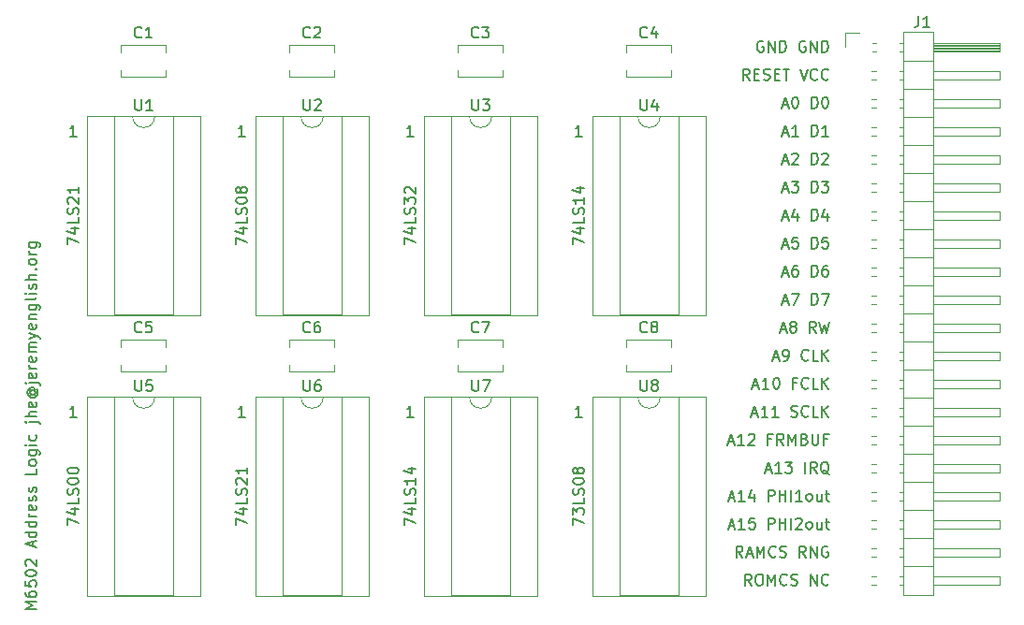
<source format=gto>
G04 #@! TF.GenerationSoftware,KiCad,Pcbnew,(5.1.12)-1*
G04 #@! TF.CreationDate,2022-10-05T17:55:37-05:00*
G04 #@! TF.ProjectId,address_logic,61646472-6573-4735-9f6c-6f6769632e6b,rev?*
G04 #@! TF.SameCoordinates,Original*
G04 #@! TF.FileFunction,Legend,Top*
G04 #@! TF.FilePolarity,Positive*
%FSLAX46Y46*%
G04 Gerber Fmt 4.6, Leading zero omitted, Abs format (unit mm)*
G04 Created by KiCad (PCBNEW (5.1.12)-1) date 2022-10-05 17:55:37*
%MOMM*%
%LPD*%
G01*
G04 APERTURE LIST*
%ADD10C,0.150000*%
%ADD11C,0.120000*%
%ADD12C,1.600000*%
%ADD13O,1.700000X1.700000*%
%ADD14R,1.700000X1.700000*%
%ADD15O,1.600000X1.600000*%
%ADD16R,1.600000X1.600000*%
G04 APERTURE END LIST*
D10*
X179355714Y-86812380D02*
X178784285Y-86812380D01*
X179070000Y-86812380D02*
X179070000Y-85812380D01*
X178974761Y-85955238D01*
X178879523Y-86050476D01*
X178784285Y-86098095D01*
X164115714Y-86812380D02*
X163544285Y-86812380D01*
X163830000Y-86812380D02*
X163830000Y-85812380D01*
X163734761Y-85955238D01*
X163639523Y-86050476D01*
X163544285Y-86098095D01*
X148875714Y-86812380D02*
X148304285Y-86812380D01*
X148590000Y-86812380D02*
X148590000Y-85812380D01*
X148494761Y-85955238D01*
X148399523Y-86050476D01*
X148304285Y-86098095D01*
X133635714Y-86812380D02*
X133064285Y-86812380D01*
X133350000Y-86812380D02*
X133350000Y-85812380D01*
X133254761Y-85955238D01*
X133159523Y-86050476D01*
X133064285Y-86098095D01*
X179355714Y-61412380D02*
X178784285Y-61412380D01*
X179070000Y-61412380D02*
X179070000Y-60412380D01*
X178974761Y-60555238D01*
X178879523Y-60650476D01*
X178784285Y-60698095D01*
X164115714Y-61412380D02*
X163544285Y-61412380D01*
X163830000Y-61412380D02*
X163830000Y-60412380D01*
X163734761Y-60555238D01*
X163639523Y-60650476D01*
X163544285Y-60698095D01*
X148875714Y-61412380D02*
X148304285Y-61412380D01*
X148590000Y-61412380D02*
X148590000Y-60412380D01*
X148494761Y-60555238D01*
X148399523Y-60650476D01*
X148304285Y-60698095D01*
X133635714Y-61412380D02*
X133064285Y-61412380D01*
X133350000Y-61412380D02*
X133350000Y-60412380D01*
X133254761Y-60555238D01*
X133159523Y-60650476D01*
X133064285Y-60698095D01*
X194689642Y-102052380D02*
X194356309Y-101576190D01*
X194118214Y-102052380D02*
X194118214Y-101052380D01*
X194499166Y-101052380D01*
X194594404Y-101100000D01*
X194642023Y-101147619D01*
X194689642Y-101242857D01*
X194689642Y-101385714D01*
X194642023Y-101480952D01*
X194594404Y-101528571D01*
X194499166Y-101576190D01*
X194118214Y-101576190D01*
X195308690Y-101052380D02*
X195499166Y-101052380D01*
X195594404Y-101100000D01*
X195689642Y-101195238D01*
X195737261Y-101385714D01*
X195737261Y-101719047D01*
X195689642Y-101909523D01*
X195594404Y-102004761D01*
X195499166Y-102052380D01*
X195308690Y-102052380D01*
X195213452Y-102004761D01*
X195118214Y-101909523D01*
X195070595Y-101719047D01*
X195070595Y-101385714D01*
X195118214Y-101195238D01*
X195213452Y-101100000D01*
X195308690Y-101052380D01*
X196165833Y-102052380D02*
X196165833Y-101052380D01*
X196499166Y-101766666D01*
X196832500Y-101052380D01*
X196832500Y-102052380D01*
X197880119Y-101957142D02*
X197832500Y-102004761D01*
X197689642Y-102052380D01*
X197594404Y-102052380D01*
X197451547Y-102004761D01*
X197356309Y-101909523D01*
X197308690Y-101814285D01*
X197261071Y-101623809D01*
X197261071Y-101480952D01*
X197308690Y-101290476D01*
X197356309Y-101195238D01*
X197451547Y-101100000D01*
X197594404Y-101052380D01*
X197689642Y-101052380D01*
X197832500Y-101100000D01*
X197880119Y-101147619D01*
X198261071Y-102004761D02*
X198403928Y-102052380D01*
X198642023Y-102052380D01*
X198737261Y-102004761D01*
X198784880Y-101957142D01*
X198832500Y-101861904D01*
X198832500Y-101766666D01*
X198784880Y-101671428D01*
X198737261Y-101623809D01*
X198642023Y-101576190D01*
X198451547Y-101528571D01*
X198356309Y-101480952D01*
X198308690Y-101433333D01*
X198261071Y-101338095D01*
X198261071Y-101242857D01*
X198308690Y-101147619D01*
X198356309Y-101100000D01*
X198451547Y-101052380D01*
X198689642Y-101052380D01*
X198832500Y-101100000D01*
X200022976Y-102052380D02*
X200022976Y-101052380D01*
X200594404Y-102052380D01*
X200594404Y-101052380D01*
X201642023Y-101957142D02*
X201594404Y-102004761D01*
X201451547Y-102052380D01*
X201356309Y-102052380D01*
X201213452Y-102004761D01*
X201118214Y-101909523D01*
X201070595Y-101814285D01*
X201022976Y-101623809D01*
X201022976Y-101480952D01*
X201070595Y-101290476D01*
X201118214Y-101195238D01*
X201213452Y-101100000D01*
X201356309Y-101052380D01*
X201451547Y-101052380D01*
X201594404Y-101100000D01*
X201642023Y-101147619D01*
X193880119Y-99512380D02*
X193546785Y-99036190D01*
X193308690Y-99512380D02*
X193308690Y-98512380D01*
X193689642Y-98512380D01*
X193784880Y-98560000D01*
X193832500Y-98607619D01*
X193880119Y-98702857D01*
X193880119Y-98845714D01*
X193832500Y-98940952D01*
X193784880Y-98988571D01*
X193689642Y-99036190D01*
X193308690Y-99036190D01*
X194261071Y-99226666D02*
X194737261Y-99226666D01*
X194165833Y-99512380D02*
X194499166Y-98512380D01*
X194832500Y-99512380D01*
X195165833Y-99512380D02*
X195165833Y-98512380D01*
X195499166Y-99226666D01*
X195832500Y-98512380D01*
X195832500Y-99512380D01*
X196880119Y-99417142D02*
X196832500Y-99464761D01*
X196689642Y-99512380D01*
X196594404Y-99512380D01*
X196451547Y-99464761D01*
X196356309Y-99369523D01*
X196308690Y-99274285D01*
X196261071Y-99083809D01*
X196261071Y-98940952D01*
X196308690Y-98750476D01*
X196356309Y-98655238D01*
X196451547Y-98560000D01*
X196594404Y-98512380D01*
X196689642Y-98512380D01*
X196832500Y-98560000D01*
X196880119Y-98607619D01*
X197261071Y-99464761D02*
X197403928Y-99512380D01*
X197642023Y-99512380D01*
X197737261Y-99464761D01*
X197784880Y-99417142D01*
X197832500Y-99321904D01*
X197832500Y-99226666D01*
X197784880Y-99131428D01*
X197737261Y-99083809D01*
X197642023Y-99036190D01*
X197451547Y-98988571D01*
X197356309Y-98940952D01*
X197308690Y-98893333D01*
X197261071Y-98798095D01*
X197261071Y-98702857D01*
X197308690Y-98607619D01*
X197356309Y-98560000D01*
X197451547Y-98512380D01*
X197689642Y-98512380D01*
X197832500Y-98560000D01*
X199594404Y-99512380D02*
X199261071Y-99036190D01*
X199022976Y-99512380D02*
X199022976Y-98512380D01*
X199403928Y-98512380D01*
X199499166Y-98560000D01*
X199546785Y-98607619D01*
X199594404Y-98702857D01*
X199594404Y-98845714D01*
X199546785Y-98940952D01*
X199499166Y-98988571D01*
X199403928Y-99036190D01*
X199022976Y-99036190D01*
X200022976Y-99512380D02*
X200022976Y-98512380D01*
X200594404Y-99512380D01*
X200594404Y-98512380D01*
X201594404Y-98560000D02*
X201499166Y-98512380D01*
X201356309Y-98512380D01*
X201213452Y-98560000D01*
X201118214Y-98655238D01*
X201070595Y-98750476D01*
X201022976Y-98940952D01*
X201022976Y-99083809D01*
X201070595Y-99274285D01*
X201118214Y-99369523D01*
X201213452Y-99464761D01*
X201356309Y-99512380D01*
X201451547Y-99512380D01*
X201594404Y-99464761D01*
X201642023Y-99417142D01*
X201642023Y-99083809D01*
X201451547Y-99083809D01*
X192642023Y-96686666D02*
X193118214Y-96686666D01*
X192546785Y-96972380D02*
X192880119Y-95972380D01*
X193213452Y-96972380D01*
X194070595Y-96972380D02*
X193499166Y-96972380D01*
X193784880Y-96972380D02*
X193784880Y-95972380D01*
X193689642Y-96115238D01*
X193594404Y-96210476D01*
X193499166Y-96258095D01*
X194975357Y-95972380D02*
X194499166Y-95972380D01*
X194451547Y-96448571D01*
X194499166Y-96400952D01*
X194594404Y-96353333D01*
X194832500Y-96353333D01*
X194927738Y-96400952D01*
X194975357Y-96448571D01*
X195022976Y-96543809D01*
X195022976Y-96781904D01*
X194975357Y-96877142D01*
X194927738Y-96924761D01*
X194832500Y-96972380D01*
X194594404Y-96972380D01*
X194499166Y-96924761D01*
X194451547Y-96877142D01*
X196213452Y-96972380D02*
X196213452Y-95972380D01*
X196594404Y-95972380D01*
X196689642Y-96020000D01*
X196737261Y-96067619D01*
X196784880Y-96162857D01*
X196784880Y-96305714D01*
X196737261Y-96400952D01*
X196689642Y-96448571D01*
X196594404Y-96496190D01*
X196213452Y-96496190D01*
X197213452Y-96972380D02*
X197213452Y-95972380D01*
X197213452Y-96448571D02*
X197784880Y-96448571D01*
X197784880Y-96972380D02*
X197784880Y-95972380D01*
X198261071Y-96972380D02*
X198261071Y-95972380D01*
X198689642Y-96067619D02*
X198737261Y-96020000D01*
X198832500Y-95972380D01*
X199070595Y-95972380D01*
X199165833Y-96020000D01*
X199213452Y-96067619D01*
X199261071Y-96162857D01*
X199261071Y-96258095D01*
X199213452Y-96400952D01*
X198642023Y-96972380D01*
X199261071Y-96972380D01*
X199832500Y-96972380D02*
X199737261Y-96924761D01*
X199689642Y-96877142D01*
X199642023Y-96781904D01*
X199642023Y-96496190D01*
X199689642Y-96400952D01*
X199737261Y-96353333D01*
X199832500Y-96305714D01*
X199975357Y-96305714D01*
X200070595Y-96353333D01*
X200118214Y-96400952D01*
X200165833Y-96496190D01*
X200165833Y-96781904D01*
X200118214Y-96877142D01*
X200070595Y-96924761D01*
X199975357Y-96972380D01*
X199832500Y-96972380D01*
X201022976Y-96305714D02*
X201022976Y-96972380D01*
X200594404Y-96305714D02*
X200594404Y-96829523D01*
X200642023Y-96924761D01*
X200737261Y-96972380D01*
X200880119Y-96972380D01*
X200975357Y-96924761D01*
X201022976Y-96877142D01*
X201356309Y-96305714D02*
X201737261Y-96305714D01*
X201499166Y-95972380D02*
X201499166Y-96829523D01*
X201546785Y-96924761D01*
X201642023Y-96972380D01*
X201737261Y-96972380D01*
X192642023Y-94146666D02*
X193118214Y-94146666D01*
X192546785Y-94432380D02*
X192880119Y-93432380D01*
X193213452Y-94432380D01*
X194070595Y-94432380D02*
X193499166Y-94432380D01*
X193784880Y-94432380D02*
X193784880Y-93432380D01*
X193689642Y-93575238D01*
X193594404Y-93670476D01*
X193499166Y-93718095D01*
X194927738Y-93765714D02*
X194927738Y-94432380D01*
X194689642Y-93384761D02*
X194451547Y-94099047D01*
X195070595Y-94099047D01*
X196213452Y-94432380D02*
X196213452Y-93432380D01*
X196594404Y-93432380D01*
X196689642Y-93480000D01*
X196737261Y-93527619D01*
X196784880Y-93622857D01*
X196784880Y-93765714D01*
X196737261Y-93860952D01*
X196689642Y-93908571D01*
X196594404Y-93956190D01*
X196213452Y-93956190D01*
X197213452Y-94432380D02*
X197213452Y-93432380D01*
X197213452Y-93908571D02*
X197784880Y-93908571D01*
X197784880Y-94432380D02*
X197784880Y-93432380D01*
X198261071Y-94432380D02*
X198261071Y-93432380D01*
X199261071Y-94432380D02*
X198689642Y-94432380D01*
X198975357Y-94432380D02*
X198975357Y-93432380D01*
X198880119Y-93575238D01*
X198784880Y-93670476D01*
X198689642Y-93718095D01*
X199832500Y-94432380D02*
X199737261Y-94384761D01*
X199689642Y-94337142D01*
X199642023Y-94241904D01*
X199642023Y-93956190D01*
X199689642Y-93860952D01*
X199737261Y-93813333D01*
X199832500Y-93765714D01*
X199975357Y-93765714D01*
X200070595Y-93813333D01*
X200118214Y-93860952D01*
X200165833Y-93956190D01*
X200165833Y-94241904D01*
X200118214Y-94337142D01*
X200070595Y-94384761D01*
X199975357Y-94432380D01*
X199832500Y-94432380D01*
X201022976Y-93765714D02*
X201022976Y-94432380D01*
X200594404Y-93765714D02*
X200594404Y-94289523D01*
X200642023Y-94384761D01*
X200737261Y-94432380D01*
X200880119Y-94432380D01*
X200975357Y-94384761D01*
X201022976Y-94337142D01*
X201356309Y-93765714D02*
X201737261Y-93765714D01*
X201499166Y-93432380D02*
X201499166Y-94289523D01*
X201546785Y-94384761D01*
X201642023Y-94432380D01*
X201737261Y-94432380D01*
X195975357Y-91606666D02*
X196451547Y-91606666D01*
X195880119Y-91892380D02*
X196213452Y-90892380D01*
X196546785Y-91892380D01*
X197403928Y-91892380D02*
X196832500Y-91892380D01*
X197118214Y-91892380D02*
X197118214Y-90892380D01*
X197022976Y-91035238D01*
X196927738Y-91130476D01*
X196832500Y-91178095D01*
X197737261Y-90892380D02*
X198356309Y-90892380D01*
X198022976Y-91273333D01*
X198165833Y-91273333D01*
X198261071Y-91320952D01*
X198308690Y-91368571D01*
X198356309Y-91463809D01*
X198356309Y-91701904D01*
X198308690Y-91797142D01*
X198261071Y-91844761D01*
X198165833Y-91892380D01*
X197880119Y-91892380D01*
X197784880Y-91844761D01*
X197737261Y-91797142D01*
X199546785Y-91892380D02*
X199546785Y-90892380D01*
X200594404Y-91892380D02*
X200261071Y-91416190D01*
X200022976Y-91892380D02*
X200022976Y-90892380D01*
X200403928Y-90892380D01*
X200499166Y-90940000D01*
X200546785Y-90987619D01*
X200594404Y-91082857D01*
X200594404Y-91225714D01*
X200546785Y-91320952D01*
X200499166Y-91368571D01*
X200403928Y-91416190D01*
X200022976Y-91416190D01*
X201689642Y-91987619D02*
X201594404Y-91940000D01*
X201499166Y-91844761D01*
X201356309Y-91701904D01*
X201261071Y-91654285D01*
X201165833Y-91654285D01*
X201213452Y-91892380D02*
X201118214Y-91844761D01*
X201022976Y-91749523D01*
X200975357Y-91559047D01*
X200975357Y-91225714D01*
X201022976Y-91035238D01*
X201118214Y-90940000D01*
X201213452Y-90892380D01*
X201403928Y-90892380D01*
X201499166Y-90940000D01*
X201594404Y-91035238D01*
X201642023Y-91225714D01*
X201642023Y-91559047D01*
X201594404Y-91749523D01*
X201499166Y-91844761D01*
X201403928Y-91892380D01*
X201213452Y-91892380D01*
X192594404Y-89066666D02*
X193070595Y-89066666D01*
X192499166Y-89352380D02*
X192832500Y-88352380D01*
X193165833Y-89352380D01*
X194022976Y-89352380D02*
X193451547Y-89352380D01*
X193737261Y-89352380D02*
X193737261Y-88352380D01*
X193642023Y-88495238D01*
X193546785Y-88590476D01*
X193451547Y-88638095D01*
X194403928Y-88447619D02*
X194451547Y-88400000D01*
X194546785Y-88352380D01*
X194784880Y-88352380D01*
X194880119Y-88400000D01*
X194927738Y-88447619D01*
X194975357Y-88542857D01*
X194975357Y-88638095D01*
X194927738Y-88780952D01*
X194356309Y-89352380D01*
X194975357Y-89352380D01*
X196499166Y-88828571D02*
X196165833Y-88828571D01*
X196165833Y-89352380D02*
X196165833Y-88352380D01*
X196642023Y-88352380D01*
X197594404Y-89352380D02*
X197261071Y-88876190D01*
X197022976Y-89352380D02*
X197022976Y-88352380D01*
X197403928Y-88352380D01*
X197499166Y-88400000D01*
X197546785Y-88447619D01*
X197594404Y-88542857D01*
X197594404Y-88685714D01*
X197546785Y-88780952D01*
X197499166Y-88828571D01*
X197403928Y-88876190D01*
X197022976Y-88876190D01*
X198022976Y-89352380D02*
X198022976Y-88352380D01*
X198356309Y-89066666D01*
X198689642Y-88352380D01*
X198689642Y-89352380D01*
X199499166Y-88828571D02*
X199642023Y-88876190D01*
X199689642Y-88923809D01*
X199737261Y-89019047D01*
X199737261Y-89161904D01*
X199689642Y-89257142D01*
X199642023Y-89304761D01*
X199546785Y-89352380D01*
X199165833Y-89352380D01*
X199165833Y-88352380D01*
X199499166Y-88352380D01*
X199594404Y-88400000D01*
X199642023Y-88447619D01*
X199689642Y-88542857D01*
X199689642Y-88638095D01*
X199642023Y-88733333D01*
X199594404Y-88780952D01*
X199499166Y-88828571D01*
X199165833Y-88828571D01*
X200165833Y-88352380D02*
X200165833Y-89161904D01*
X200213452Y-89257142D01*
X200261071Y-89304761D01*
X200356309Y-89352380D01*
X200546785Y-89352380D01*
X200642023Y-89304761D01*
X200689642Y-89257142D01*
X200737261Y-89161904D01*
X200737261Y-88352380D01*
X201546785Y-88828571D02*
X201213452Y-88828571D01*
X201213452Y-89352380D02*
X201213452Y-88352380D01*
X201689642Y-88352380D01*
X194737261Y-86526666D02*
X195213452Y-86526666D01*
X194642023Y-86812380D02*
X194975357Y-85812380D01*
X195308690Y-86812380D01*
X196165833Y-86812380D02*
X195594404Y-86812380D01*
X195880119Y-86812380D02*
X195880119Y-85812380D01*
X195784880Y-85955238D01*
X195689642Y-86050476D01*
X195594404Y-86098095D01*
X197118214Y-86812380D02*
X196546785Y-86812380D01*
X196832500Y-86812380D02*
X196832500Y-85812380D01*
X196737261Y-85955238D01*
X196642023Y-86050476D01*
X196546785Y-86098095D01*
X198261071Y-86764761D02*
X198403928Y-86812380D01*
X198642023Y-86812380D01*
X198737261Y-86764761D01*
X198784880Y-86717142D01*
X198832500Y-86621904D01*
X198832500Y-86526666D01*
X198784880Y-86431428D01*
X198737261Y-86383809D01*
X198642023Y-86336190D01*
X198451547Y-86288571D01*
X198356309Y-86240952D01*
X198308690Y-86193333D01*
X198261071Y-86098095D01*
X198261071Y-86002857D01*
X198308690Y-85907619D01*
X198356309Y-85860000D01*
X198451547Y-85812380D01*
X198689642Y-85812380D01*
X198832500Y-85860000D01*
X199832500Y-86717142D02*
X199784880Y-86764761D01*
X199642023Y-86812380D01*
X199546785Y-86812380D01*
X199403928Y-86764761D01*
X199308690Y-86669523D01*
X199261071Y-86574285D01*
X199213452Y-86383809D01*
X199213452Y-86240952D01*
X199261071Y-86050476D01*
X199308690Y-85955238D01*
X199403928Y-85860000D01*
X199546785Y-85812380D01*
X199642023Y-85812380D01*
X199784880Y-85860000D01*
X199832500Y-85907619D01*
X200737261Y-86812380D02*
X200261071Y-86812380D01*
X200261071Y-85812380D01*
X201070595Y-86812380D02*
X201070595Y-85812380D01*
X201642023Y-86812380D02*
X201213452Y-86240952D01*
X201642023Y-85812380D02*
X201070595Y-86383809D01*
X194832500Y-83986666D02*
X195308690Y-83986666D01*
X194737261Y-84272380D02*
X195070595Y-83272380D01*
X195403928Y-84272380D01*
X196261071Y-84272380D02*
X195689642Y-84272380D01*
X195975357Y-84272380D02*
X195975357Y-83272380D01*
X195880119Y-83415238D01*
X195784880Y-83510476D01*
X195689642Y-83558095D01*
X196880119Y-83272380D02*
X196975357Y-83272380D01*
X197070595Y-83320000D01*
X197118214Y-83367619D01*
X197165833Y-83462857D01*
X197213452Y-83653333D01*
X197213452Y-83891428D01*
X197165833Y-84081904D01*
X197118214Y-84177142D01*
X197070595Y-84224761D01*
X196975357Y-84272380D01*
X196880119Y-84272380D01*
X196784880Y-84224761D01*
X196737261Y-84177142D01*
X196689642Y-84081904D01*
X196642023Y-83891428D01*
X196642023Y-83653333D01*
X196689642Y-83462857D01*
X196737261Y-83367619D01*
X196784880Y-83320000D01*
X196880119Y-83272380D01*
X198737261Y-83748571D02*
X198403928Y-83748571D01*
X198403928Y-84272380D02*
X198403928Y-83272380D01*
X198880119Y-83272380D01*
X199832500Y-84177142D02*
X199784880Y-84224761D01*
X199642023Y-84272380D01*
X199546785Y-84272380D01*
X199403928Y-84224761D01*
X199308690Y-84129523D01*
X199261071Y-84034285D01*
X199213452Y-83843809D01*
X199213452Y-83700952D01*
X199261071Y-83510476D01*
X199308690Y-83415238D01*
X199403928Y-83320000D01*
X199546785Y-83272380D01*
X199642023Y-83272380D01*
X199784880Y-83320000D01*
X199832500Y-83367619D01*
X200737261Y-84272380D02*
X200261071Y-84272380D01*
X200261071Y-83272380D01*
X201070595Y-84272380D02*
X201070595Y-83272380D01*
X201642023Y-84272380D02*
X201213452Y-83700952D01*
X201642023Y-83272380D02*
X201070595Y-83843809D01*
X196642023Y-81446666D02*
X197118214Y-81446666D01*
X196546785Y-81732380D02*
X196880119Y-80732380D01*
X197213452Y-81732380D01*
X197594404Y-81732380D02*
X197784880Y-81732380D01*
X197880119Y-81684761D01*
X197927738Y-81637142D01*
X198022976Y-81494285D01*
X198070595Y-81303809D01*
X198070595Y-80922857D01*
X198022976Y-80827619D01*
X197975357Y-80780000D01*
X197880119Y-80732380D01*
X197689642Y-80732380D01*
X197594404Y-80780000D01*
X197546785Y-80827619D01*
X197499166Y-80922857D01*
X197499166Y-81160952D01*
X197546785Y-81256190D01*
X197594404Y-81303809D01*
X197689642Y-81351428D01*
X197880119Y-81351428D01*
X197975357Y-81303809D01*
X198022976Y-81256190D01*
X198070595Y-81160952D01*
X199832500Y-81637142D02*
X199784880Y-81684761D01*
X199642023Y-81732380D01*
X199546785Y-81732380D01*
X199403928Y-81684761D01*
X199308690Y-81589523D01*
X199261071Y-81494285D01*
X199213452Y-81303809D01*
X199213452Y-81160952D01*
X199261071Y-80970476D01*
X199308690Y-80875238D01*
X199403928Y-80780000D01*
X199546785Y-80732380D01*
X199642023Y-80732380D01*
X199784880Y-80780000D01*
X199832500Y-80827619D01*
X200737261Y-81732380D02*
X200261071Y-81732380D01*
X200261071Y-80732380D01*
X201070595Y-81732380D02*
X201070595Y-80732380D01*
X201642023Y-81732380D02*
X201213452Y-81160952D01*
X201642023Y-80732380D02*
X201070595Y-81303809D01*
X197308690Y-78906666D02*
X197784880Y-78906666D01*
X197213452Y-79192380D02*
X197546785Y-78192380D01*
X197880119Y-79192380D01*
X198356309Y-78620952D02*
X198261071Y-78573333D01*
X198213452Y-78525714D01*
X198165833Y-78430476D01*
X198165833Y-78382857D01*
X198213452Y-78287619D01*
X198261071Y-78240000D01*
X198356309Y-78192380D01*
X198546785Y-78192380D01*
X198642023Y-78240000D01*
X198689642Y-78287619D01*
X198737261Y-78382857D01*
X198737261Y-78430476D01*
X198689642Y-78525714D01*
X198642023Y-78573333D01*
X198546785Y-78620952D01*
X198356309Y-78620952D01*
X198261071Y-78668571D01*
X198213452Y-78716190D01*
X198165833Y-78811428D01*
X198165833Y-79001904D01*
X198213452Y-79097142D01*
X198261071Y-79144761D01*
X198356309Y-79192380D01*
X198546785Y-79192380D01*
X198642023Y-79144761D01*
X198689642Y-79097142D01*
X198737261Y-79001904D01*
X198737261Y-78811428D01*
X198689642Y-78716190D01*
X198642023Y-78668571D01*
X198546785Y-78620952D01*
X200499166Y-79192380D02*
X200165833Y-78716190D01*
X199927738Y-79192380D02*
X199927738Y-78192380D01*
X200308690Y-78192380D01*
X200403928Y-78240000D01*
X200451547Y-78287619D01*
X200499166Y-78382857D01*
X200499166Y-78525714D01*
X200451547Y-78620952D01*
X200403928Y-78668571D01*
X200308690Y-78716190D01*
X199927738Y-78716190D01*
X200832500Y-78192380D02*
X201070595Y-79192380D01*
X201261071Y-78478095D01*
X201451547Y-79192380D01*
X201689642Y-78192380D01*
X197499166Y-76366666D02*
X197975357Y-76366666D01*
X197403928Y-76652380D02*
X197737261Y-75652380D01*
X198070595Y-76652380D01*
X198308690Y-75652380D02*
X198975357Y-75652380D01*
X198546785Y-76652380D01*
X200118214Y-76652380D02*
X200118214Y-75652380D01*
X200356309Y-75652380D01*
X200499166Y-75700000D01*
X200594404Y-75795238D01*
X200642023Y-75890476D01*
X200689642Y-76080952D01*
X200689642Y-76223809D01*
X200642023Y-76414285D01*
X200594404Y-76509523D01*
X200499166Y-76604761D01*
X200356309Y-76652380D01*
X200118214Y-76652380D01*
X201022976Y-75652380D02*
X201689642Y-75652380D01*
X201261071Y-76652380D01*
X197499166Y-73826666D02*
X197975357Y-73826666D01*
X197403928Y-74112380D02*
X197737261Y-73112380D01*
X198070595Y-74112380D01*
X198832500Y-73112380D02*
X198642023Y-73112380D01*
X198546785Y-73160000D01*
X198499166Y-73207619D01*
X198403928Y-73350476D01*
X198356309Y-73540952D01*
X198356309Y-73921904D01*
X198403928Y-74017142D01*
X198451547Y-74064761D01*
X198546785Y-74112380D01*
X198737261Y-74112380D01*
X198832500Y-74064761D01*
X198880119Y-74017142D01*
X198927738Y-73921904D01*
X198927738Y-73683809D01*
X198880119Y-73588571D01*
X198832500Y-73540952D01*
X198737261Y-73493333D01*
X198546785Y-73493333D01*
X198451547Y-73540952D01*
X198403928Y-73588571D01*
X198356309Y-73683809D01*
X200118214Y-74112380D02*
X200118214Y-73112380D01*
X200356309Y-73112380D01*
X200499166Y-73160000D01*
X200594404Y-73255238D01*
X200642023Y-73350476D01*
X200689642Y-73540952D01*
X200689642Y-73683809D01*
X200642023Y-73874285D01*
X200594404Y-73969523D01*
X200499166Y-74064761D01*
X200356309Y-74112380D01*
X200118214Y-74112380D01*
X201546785Y-73112380D02*
X201356309Y-73112380D01*
X201261071Y-73160000D01*
X201213452Y-73207619D01*
X201118214Y-73350476D01*
X201070595Y-73540952D01*
X201070595Y-73921904D01*
X201118214Y-74017142D01*
X201165833Y-74064761D01*
X201261071Y-74112380D01*
X201451547Y-74112380D01*
X201546785Y-74064761D01*
X201594404Y-74017142D01*
X201642023Y-73921904D01*
X201642023Y-73683809D01*
X201594404Y-73588571D01*
X201546785Y-73540952D01*
X201451547Y-73493333D01*
X201261071Y-73493333D01*
X201165833Y-73540952D01*
X201118214Y-73588571D01*
X201070595Y-73683809D01*
X197499166Y-71286666D02*
X197975357Y-71286666D01*
X197403928Y-71572380D02*
X197737261Y-70572380D01*
X198070595Y-71572380D01*
X198880119Y-70572380D02*
X198403928Y-70572380D01*
X198356309Y-71048571D01*
X198403928Y-71000952D01*
X198499166Y-70953333D01*
X198737261Y-70953333D01*
X198832500Y-71000952D01*
X198880119Y-71048571D01*
X198927738Y-71143809D01*
X198927738Y-71381904D01*
X198880119Y-71477142D01*
X198832500Y-71524761D01*
X198737261Y-71572380D01*
X198499166Y-71572380D01*
X198403928Y-71524761D01*
X198356309Y-71477142D01*
X200118214Y-71572380D02*
X200118214Y-70572380D01*
X200356309Y-70572380D01*
X200499166Y-70620000D01*
X200594404Y-70715238D01*
X200642023Y-70810476D01*
X200689642Y-71000952D01*
X200689642Y-71143809D01*
X200642023Y-71334285D01*
X200594404Y-71429523D01*
X200499166Y-71524761D01*
X200356309Y-71572380D01*
X200118214Y-71572380D01*
X201594404Y-70572380D02*
X201118214Y-70572380D01*
X201070595Y-71048571D01*
X201118214Y-71000952D01*
X201213452Y-70953333D01*
X201451547Y-70953333D01*
X201546785Y-71000952D01*
X201594404Y-71048571D01*
X201642023Y-71143809D01*
X201642023Y-71381904D01*
X201594404Y-71477142D01*
X201546785Y-71524761D01*
X201451547Y-71572380D01*
X201213452Y-71572380D01*
X201118214Y-71524761D01*
X201070595Y-71477142D01*
X197499166Y-68746666D02*
X197975357Y-68746666D01*
X197403928Y-69032380D02*
X197737261Y-68032380D01*
X198070595Y-69032380D01*
X198832500Y-68365714D02*
X198832500Y-69032380D01*
X198594404Y-67984761D02*
X198356309Y-68699047D01*
X198975357Y-68699047D01*
X200118214Y-69032380D02*
X200118214Y-68032380D01*
X200356309Y-68032380D01*
X200499166Y-68080000D01*
X200594404Y-68175238D01*
X200642023Y-68270476D01*
X200689642Y-68460952D01*
X200689642Y-68603809D01*
X200642023Y-68794285D01*
X200594404Y-68889523D01*
X200499166Y-68984761D01*
X200356309Y-69032380D01*
X200118214Y-69032380D01*
X201546785Y-68365714D02*
X201546785Y-69032380D01*
X201308690Y-67984761D02*
X201070595Y-68699047D01*
X201689642Y-68699047D01*
X197499166Y-66206666D02*
X197975357Y-66206666D01*
X197403928Y-66492380D02*
X197737261Y-65492380D01*
X198070595Y-66492380D01*
X198308690Y-65492380D02*
X198927738Y-65492380D01*
X198594404Y-65873333D01*
X198737261Y-65873333D01*
X198832500Y-65920952D01*
X198880119Y-65968571D01*
X198927738Y-66063809D01*
X198927738Y-66301904D01*
X198880119Y-66397142D01*
X198832500Y-66444761D01*
X198737261Y-66492380D01*
X198451547Y-66492380D01*
X198356309Y-66444761D01*
X198308690Y-66397142D01*
X200118214Y-66492380D02*
X200118214Y-65492380D01*
X200356309Y-65492380D01*
X200499166Y-65540000D01*
X200594404Y-65635238D01*
X200642023Y-65730476D01*
X200689642Y-65920952D01*
X200689642Y-66063809D01*
X200642023Y-66254285D01*
X200594404Y-66349523D01*
X200499166Y-66444761D01*
X200356309Y-66492380D01*
X200118214Y-66492380D01*
X201022976Y-65492380D02*
X201642023Y-65492380D01*
X201308690Y-65873333D01*
X201451547Y-65873333D01*
X201546785Y-65920952D01*
X201594404Y-65968571D01*
X201642023Y-66063809D01*
X201642023Y-66301904D01*
X201594404Y-66397142D01*
X201546785Y-66444761D01*
X201451547Y-66492380D01*
X201165833Y-66492380D01*
X201070595Y-66444761D01*
X201022976Y-66397142D01*
X197499166Y-63666666D02*
X197975357Y-63666666D01*
X197403928Y-63952380D02*
X197737261Y-62952380D01*
X198070595Y-63952380D01*
X198356309Y-63047619D02*
X198403928Y-63000000D01*
X198499166Y-62952380D01*
X198737261Y-62952380D01*
X198832500Y-63000000D01*
X198880119Y-63047619D01*
X198927738Y-63142857D01*
X198927738Y-63238095D01*
X198880119Y-63380952D01*
X198308690Y-63952380D01*
X198927738Y-63952380D01*
X200118214Y-63952380D02*
X200118214Y-62952380D01*
X200356309Y-62952380D01*
X200499166Y-63000000D01*
X200594404Y-63095238D01*
X200642023Y-63190476D01*
X200689642Y-63380952D01*
X200689642Y-63523809D01*
X200642023Y-63714285D01*
X200594404Y-63809523D01*
X200499166Y-63904761D01*
X200356309Y-63952380D01*
X200118214Y-63952380D01*
X201070595Y-63047619D02*
X201118214Y-63000000D01*
X201213452Y-62952380D01*
X201451547Y-62952380D01*
X201546785Y-63000000D01*
X201594404Y-63047619D01*
X201642023Y-63142857D01*
X201642023Y-63238095D01*
X201594404Y-63380952D01*
X201022976Y-63952380D01*
X201642023Y-63952380D01*
X197499166Y-61126666D02*
X197975357Y-61126666D01*
X197403928Y-61412380D02*
X197737261Y-60412380D01*
X198070595Y-61412380D01*
X198927738Y-61412380D02*
X198356309Y-61412380D01*
X198642023Y-61412380D02*
X198642023Y-60412380D01*
X198546785Y-60555238D01*
X198451547Y-60650476D01*
X198356309Y-60698095D01*
X200118214Y-61412380D02*
X200118214Y-60412380D01*
X200356309Y-60412380D01*
X200499166Y-60460000D01*
X200594404Y-60555238D01*
X200642023Y-60650476D01*
X200689642Y-60840952D01*
X200689642Y-60983809D01*
X200642023Y-61174285D01*
X200594404Y-61269523D01*
X200499166Y-61364761D01*
X200356309Y-61412380D01*
X200118214Y-61412380D01*
X201642023Y-61412380D02*
X201070595Y-61412380D01*
X201356309Y-61412380D02*
X201356309Y-60412380D01*
X201261071Y-60555238D01*
X201165833Y-60650476D01*
X201070595Y-60698095D01*
X197499166Y-58586666D02*
X197975357Y-58586666D01*
X197403928Y-58872380D02*
X197737261Y-57872380D01*
X198070595Y-58872380D01*
X198594404Y-57872380D02*
X198689642Y-57872380D01*
X198784880Y-57920000D01*
X198832500Y-57967619D01*
X198880119Y-58062857D01*
X198927738Y-58253333D01*
X198927738Y-58491428D01*
X198880119Y-58681904D01*
X198832500Y-58777142D01*
X198784880Y-58824761D01*
X198689642Y-58872380D01*
X198594404Y-58872380D01*
X198499166Y-58824761D01*
X198451547Y-58777142D01*
X198403928Y-58681904D01*
X198356309Y-58491428D01*
X198356309Y-58253333D01*
X198403928Y-58062857D01*
X198451547Y-57967619D01*
X198499166Y-57920000D01*
X198594404Y-57872380D01*
X200118214Y-58872380D02*
X200118214Y-57872380D01*
X200356309Y-57872380D01*
X200499166Y-57920000D01*
X200594404Y-58015238D01*
X200642023Y-58110476D01*
X200689642Y-58300952D01*
X200689642Y-58443809D01*
X200642023Y-58634285D01*
X200594404Y-58729523D01*
X200499166Y-58824761D01*
X200356309Y-58872380D01*
X200118214Y-58872380D01*
X201308690Y-57872380D02*
X201403928Y-57872380D01*
X201499166Y-57920000D01*
X201546785Y-57967619D01*
X201594404Y-58062857D01*
X201642023Y-58253333D01*
X201642023Y-58491428D01*
X201594404Y-58681904D01*
X201546785Y-58777142D01*
X201499166Y-58824761D01*
X201403928Y-58872380D01*
X201308690Y-58872380D01*
X201213452Y-58824761D01*
X201165833Y-58777142D01*
X201118214Y-58681904D01*
X201070595Y-58491428D01*
X201070595Y-58253333D01*
X201118214Y-58062857D01*
X201165833Y-57967619D01*
X201213452Y-57920000D01*
X201308690Y-57872380D01*
X194499166Y-56332380D02*
X194165833Y-55856190D01*
X193927738Y-56332380D02*
X193927738Y-55332380D01*
X194308690Y-55332380D01*
X194403928Y-55380000D01*
X194451547Y-55427619D01*
X194499166Y-55522857D01*
X194499166Y-55665714D01*
X194451547Y-55760952D01*
X194403928Y-55808571D01*
X194308690Y-55856190D01*
X193927738Y-55856190D01*
X194927738Y-55808571D02*
X195261071Y-55808571D01*
X195403928Y-56332380D02*
X194927738Y-56332380D01*
X194927738Y-55332380D01*
X195403928Y-55332380D01*
X195784880Y-56284761D02*
X195927738Y-56332380D01*
X196165833Y-56332380D01*
X196261071Y-56284761D01*
X196308690Y-56237142D01*
X196356309Y-56141904D01*
X196356309Y-56046666D01*
X196308690Y-55951428D01*
X196261071Y-55903809D01*
X196165833Y-55856190D01*
X195975357Y-55808571D01*
X195880119Y-55760952D01*
X195832500Y-55713333D01*
X195784880Y-55618095D01*
X195784880Y-55522857D01*
X195832500Y-55427619D01*
X195880119Y-55380000D01*
X195975357Y-55332380D01*
X196213452Y-55332380D01*
X196356309Y-55380000D01*
X196784880Y-55808571D02*
X197118214Y-55808571D01*
X197261071Y-56332380D02*
X196784880Y-56332380D01*
X196784880Y-55332380D01*
X197261071Y-55332380D01*
X197546785Y-55332380D02*
X198118214Y-55332380D01*
X197832500Y-56332380D02*
X197832500Y-55332380D01*
X199070595Y-55332380D02*
X199403928Y-56332380D01*
X199737261Y-55332380D01*
X200642023Y-56237142D02*
X200594404Y-56284761D01*
X200451547Y-56332380D01*
X200356309Y-56332380D01*
X200213452Y-56284761D01*
X200118214Y-56189523D01*
X200070595Y-56094285D01*
X200022976Y-55903809D01*
X200022976Y-55760952D01*
X200070595Y-55570476D01*
X200118214Y-55475238D01*
X200213452Y-55380000D01*
X200356309Y-55332380D01*
X200451547Y-55332380D01*
X200594404Y-55380000D01*
X200642023Y-55427619D01*
X201642023Y-56237142D02*
X201594404Y-56284761D01*
X201451547Y-56332380D01*
X201356309Y-56332380D01*
X201213452Y-56284761D01*
X201118214Y-56189523D01*
X201070595Y-56094285D01*
X201022976Y-55903809D01*
X201022976Y-55760952D01*
X201070595Y-55570476D01*
X201118214Y-55475238D01*
X201213452Y-55380000D01*
X201356309Y-55332380D01*
X201451547Y-55332380D01*
X201594404Y-55380000D01*
X201642023Y-55427619D01*
X195737261Y-52840000D02*
X195642023Y-52792380D01*
X195499166Y-52792380D01*
X195356309Y-52840000D01*
X195261071Y-52935238D01*
X195213452Y-53030476D01*
X195165833Y-53220952D01*
X195165833Y-53363809D01*
X195213452Y-53554285D01*
X195261071Y-53649523D01*
X195356309Y-53744761D01*
X195499166Y-53792380D01*
X195594404Y-53792380D01*
X195737261Y-53744761D01*
X195784880Y-53697142D01*
X195784880Y-53363809D01*
X195594404Y-53363809D01*
X196213452Y-53792380D02*
X196213452Y-52792380D01*
X196784880Y-53792380D01*
X196784880Y-52792380D01*
X197261071Y-53792380D02*
X197261071Y-52792380D01*
X197499166Y-52792380D01*
X197642023Y-52840000D01*
X197737261Y-52935238D01*
X197784880Y-53030476D01*
X197832500Y-53220952D01*
X197832500Y-53363809D01*
X197784880Y-53554285D01*
X197737261Y-53649523D01*
X197642023Y-53744761D01*
X197499166Y-53792380D01*
X197261071Y-53792380D01*
X199546785Y-52840000D02*
X199451547Y-52792380D01*
X199308690Y-52792380D01*
X199165833Y-52840000D01*
X199070595Y-52935238D01*
X199022976Y-53030476D01*
X198975357Y-53220952D01*
X198975357Y-53363809D01*
X199022976Y-53554285D01*
X199070595Y-53649523D01*
X199165833Y-53744761D01*
X199308690Y-53792380D01*
X199403928Y-53792380D01*
X199546785Y-53744761D01*
X199594404Y-53697142D01*
X199594404Y-53363809D01*
X199403928Y-53363809D01*
X200022976Y-53792380D02*
X200022976Y-52792380D01*
X200594404Y-53792380D01*
X200594404Y-52792380D01*
X201070595Y-53792380D02*
X201070595Y-52792380D01*
X201308690Y-52792380D01*
X201451547Y-52840000D01*
X201546785Y-52935238D01*
X201594404Y-53030476D01*
X201642023Y-53220952D01*
X201642023Y-53363809D01*
X201594404Y-53554285D01*
X201546785Y-53649523D01*
X201451547Y-53744761D01*
X201308690Y-53792380D01*
X201070595Y-53792380D01*
X129992380Y-104225238D02*
X128992380Y-104225238D01*
X129706666Y-103891904D01*
X128992380Y-103558571D01*
X129992380Y-103558571D01*
X128992380Y-102653809D02*
X128992380Y-102844285D01*
X129040000Y-102939523D01*
X129087619Y-102987142D01*
X129230476Y-103082380D01*
X129420952Y-103130000D01*
X129801904Y-103130000D01*
X129897142Y-103082380D01*
X129944761Y-103034761D01*
X129992380Y-102939523D01*
X129992380Y-102749047D01*
X129944761Y-102653809D01*
X129897142Y-102606190D01*
X129801904Y-102558571D01*
X129563809Y-102558571D01*
X129468571Y-102606190D01*
X129420952Y-102653809D01*
X129373333Y-102749047D01*
X129373333Y-102939523D01*
X129420952Y-103034761D01*
X129468571Y-103082380D01*
X129563809Y-103130000D01*
X128992380Y-101653809D02*
X128992380Y-102130000D01*
X129468571Y-102177619D01*
X129420952Y-102130000D01*
X129373333Y-102034761D01*
X129373333Y-101796666D01*
X129420952Y-101701428D01*
X129468571Y-101653809D01*
X129563809Y-101606190D01*
X129801904Y-101606190D01*
X129897142Y-101653809D01*
X129944761Y-101701428D01*
X129992380Y-101796666D01*
X129992380Y-102034761D01*
X129944761Y-102130000D01*
X129897142Y-102177619D01*
X128992380Y-100987142D02*
X128992380Y-100891904D01*
X129040000Y-100796666D01*
X129087619Y-100749047D01*
X129182857Y-100701428D01*
X129373333Y-100653809D01*
X129611428Y-100653809D01*
X129801904Y-100701428D01*
X129897142Y-100749047D01*
X129944761Y-100796666D01*
X129992380Y-100891904D01*
X129992380Y-100987142D01*
X129944761Y-101082380D01*
X129897142Y-101130000D01*
X129801904Y-101177619D01*
X129611428Y-101225238D01*
X129373333Y-101225238D01*
X129182857Y-101177619D01*
X129087619Y-101130000D01*
X129040000Y-101082380D01*
X128992380Y-100987142D01*
X129087619Y-100272857D02*
X129040000Y-100225238D01*
X128992380Y-100130000D01*
X128992380Y-99891904D01*
X129040000Y-99796666D01*
X129087619Y-99749047D01*
X129182857Y-99701428D01*
X129278095Y-99701428D01*
X129420952Y-99749047D01*
X129992380Y-100320476D01*
X129992380Y-99701428D01*
X129706666Y-98558571D02*
X129706666Y-98082380D01*
X129992380Y-98653809D02*
X128992380Y-98320476D01*
X129992380Y-97987142D01*
X129992380Y-97225238D02*
X128992380Y-97225238D01*
X129944761Y-97225238D02*
X129992380Y-97320476D01*
X129992380Y-97510952D01*
X129944761Y-97606190D01*
X129897142Y-97653809D01*
X129801904Y-97701428D01*
X129516190Y-97701428D01*
X129420952Y-97653809D01*
X129373333Y-97606190D01*
X129325714Y-97510952D01*
X129325714Y-97320476D01*
X129373333Y-97225238D01*
X129992380Y-96320476D02*
X128992380Y-96320476D01*
X129944761Y-96320476D02*
X129992380Y-96415714D01*
X129992380Y-96606190D01*
X129944761Y-96701428D01*
X129897142Y-96749047D01*
X129801904Y-96796666D01*
X129516190Y-96796666D01*
X129420952Y-96749047D01*
X129373333Y-96701428D01*
X129325714Y-96606190D01*
X129325714Y-96415714D01*
X129373333Y-96320476D01*
X129992380Y-95844285D02*
X129325714Y-95844285D01*
X129516190Y-95844285D02*
X129420952Y-95796666D01*
X129373333Y-95749047D01*
X129325714Y-95653809D01*
X129325714Y-95558571D01*
X129944761Y-94844285D02*
X129992380Y-94939523D01*
X129992380Y-95130000D01*
X129944761Y-95225238D01*
X129849523Y-95272857D01*
X129468571Y-95272857D01*
X129373333Y-95225238D01*
X129325714Y-95130000D01*
X129325714Y-94939523D01*
X129373333Y-94844285D01*
X129468571Y-94796666D01*
X129563809Y-94796666D01*
X129659047Y-95272857D01*
X129944761Y-94415714D02*
X129992380Y-94320476D01*
X129992380Y-94130000D01*
X129944761Y-94034761D01*
X129849523Y-93987142D01*
X129801904Y-93987142D01*
X129706666Y-94034761D01*
X129659047Y-94130000D01*
X129659047Y-94272857D01*
X129611428Y-94368095D01*
X129516190Y-94415714D01*
X129468571Y-94415714D01*
X129373333Y-94368095D01*
X129325714Y-94272857D01*
X129325714Y-94130000D01*
X129373333Y-94034761D01*
X129944761Y-93606190D02*
X129992380Y-93510952D01*
X129992380Y-93320476D01*
X129944761Y-93225238D01*
X129849523Y-93177619D01*
X129801904Y-93177619D01*
X129706666Y-93225238D01*
X129659047Y-93320476D01*
X129659047Y-93463333D01*
X129611428Y-93558571D01*
X129516190Y-93606190D01*
X129468571Y-93606190D01*
X129373333Y-93558571D01*
X129325714Y-93463333D01*
X129325714Y-93320476D01*
X129373333Y-93225238D01*
X129992380Y-91510952D02*
X129992380Y-91987142D01*
X128992380Y-91987142D01*
X129992380Y-91034761D02*
X129944761Y-91130000D01*
X129897142Y-91177619D01*
X129801904Y-91225238D01*
X129516190Y-91225238D01*
X129420952Y-91177619D01*
X129373333Y-91130000D01*
X129325714Y-91034761D01*
X129325714Y-90891904D01*
X129373333Y-90796666D01*
X129420952Y-90749047D01*
X129516190Y-90701428D01*
X129801904Y-90701428D01*
X129897142Y-90749047D01*
X129944761Y-90796666D01*
X129992380Y-90891904D01*
X129992380Y-91034761D01*
X129325714Y-89844285D02*
X130135238Y-89844285D01*
X130230476Y-89891904D01*
X130278095Y-89939523D01*
X130325714Y-90034761D01*
X130325714Y-90177619D01*
X130278095Y-90272857D01*
X129944761Y-89844285D02*
X129992380Y-89939523D01*
X129992380Y-90130000D01*
X129944761Y-90225238D01*
X129897142Y-90272857D01*
X129801904Y-90320476D01*
X129516190Y-90320476D01*
X129420952Y-90272857D01*
X129373333Y-90225238D01*
X129325714Y-90130000D01*
X129325714Y-89939523D01*
X129373333Y-89844285D01*
X129992380Y-89368095D02*
X129325714Y-89368095D01*
X128992380Y-89368095D02*
X129040000Y-89415714D01*
X129087619Y-89368095D01*
X129040000Y-89320476D01*
X128992380Y-89368095D01*
X129087619Y-89368095D01*
X129944761Y-88463333D02*
X129992380Y-88558571D01*
X129992380Y-88749047D01*
X129944761Y-88844285D01*
X129897142Y-88891904D01*
X129801904Y-88939523D01*
X129516190Y-88939523D01*
X129420952Y-88891904D01*
X129373333Y-88844285D01*
X129325714Y-88749047D01*
X129325714Y-88558571D01*
X129373333Y-88463333D01*
X129325714Y-87272857D02*
X130182857Y-87272857D01*
X130278095Y-87320476D01*
X130325714Y-87415714D01*
X130325714Y-87463333D01*
X128992380Y-87272857D02*
X129040000Y-87320476D01*
X129087619Y-87272857D01*
X129040000Y-87225238D01*
X128992380Y-87272857D01*
X129087619Y-87272857D01*
X129992380Y-86796666D02*
X128992380Y-86796666D01*
X129992380Y-86368095D02*
X129468571Y-86368095D01*
X129373333Y-86415714D01*
X129325714Y-86510952D01*
X129325714Y-86653809D01*
X129373333Y-86749047D01*
X129420952Y-86796666D01*
X129944761Y-85510952D02*
X129992380Y-85606190D01*
X129992380Y-85796666D01*
X129944761Y-85891904D01*
X129849523Y-85939523D01*
X129468571Y-85939523D01*
X129373333Y-85891904D01*
X129325714Y-85796666D01*
X129325714Y-85606190D01*
X129373333Y-85510952D01*
X129468571Y-85463333D01*
X129563809Y-85463333D01*
X129659047Y-85939523D01*
X129516190Y-84415714D02*
X129468571Y-84463333D01*
X129420952Y-84558571D01*
X129420952Y-84653809D01*
X129468571Y-84749047D01*
X129516190Y-84796666D01*
X129611428Y-84844285D01*
X129706666Y-84844285D01*
X129801904Y-84796666D01*
X129849523Y-84749047D01*
X129897142Y-84653809D01*
X129897142Y-84558571D01*
X129849523Y-84463333D01*
X129801904Y-84415714D01*
X129420952Y-84415714D02*
X129801904Y-84415714D01*
X129849523Y-84368095D01*
X129849523Y-84320476D01*
X129801904Y-84225238D01*
X129706666Y-84177619D01*
X129468571Y-84177619D01*
X129325714Y-84272857D01*
X129230476Y-84415714D01*
X129182857Y-84606190D01*
X129230476Y-84796666D01*
X129325714Y-84939523D01*
X129468571Y-85034761D01*
X129659047Y-85082380D01*
X129849523Y-85034761D01*
X129992380Y-84939523D01*
X130087619Y-84796666D01*
X130135238Y-84606190D01*
X130087619Y-84415714D01*
X129992380Y-84272857D01*
X129325714Y-83749047D02*
X130182857Y-83749047D01*
X130278095Y-83796666D01*
X130325714Y-83891904D01*
X130325714Y-83939523D01*
X128992380Y-83749047D02*
X129040000Y-83796666D01*
X129087619Y-83749047D01*
X129040000Y-83701428D01*
X128992380Y-83749047D01*
X129087619Y-83749047D01*
X129944761Y-82891904D02*
X129992380Y-82987142D01*
X129992380Y-83177619D01*
X129944761Y-83272857D01*
X129849523Y-83320476D01*
X129468571Y-83320476D01*
X129373333Y-83272857D01*
X129325714Y-83177619D01*
X129325714Y-82987142D01*
X129373333Y-82891904D01*
X129468571Y-82844285D01*
X129563809Y-82844285D01*
X129659047Y-83320476D01*
X129992380Y-82415714D02*
X129325714Y-82415714D01*
X129516190Y-82415714D02*
X129420952Y-82368095D01*
X129373333Y-82320476D01*
X129325714Y-82225238D01*
X129325714Y-82130000D01*
X129944761Y-81415714D02*
X129992380Y-81510952D01*
X129992380Y-81701428D01*
X129944761Y-81796666D01*
X129849523Y-81844285D01*
X129468571Y-81844285D01*
X129373333Y-81796666D01*
X129325714Y-81701428D01*
X129325714Y-81510952D01*
X129373333Y-81415714D01*
X129468571Y-81368095D01*
X129563809Y-81368095D01*
X129659047Y-81844285D01*
X129992380Y-80939523D02*
X129325714Y-80939523D01*
X129420952Y-80939523D02*
X129373333Y-80891904D01*
X129325714Y-80796666D01*
X129325714Y-80653809D01*
X129373333Y-80558571D01*
X129468571Y-80510952D01*
X129992380Y-80510952D01*
X129468571Y-80510952D02*
X129373333Y-80463333D01*
X129325714Y-80368095D01*
X129325714Y-80225238D01*
X129373333Y-80130000D01*
X129468571Y-80082380D01*
X129992380Y-80082380D01*
X129325714Y-79701428D02*
X129992380Y-79463333D01*
X129325714Y-79225238D02*
X129992380Y-79463333D01*
X130230476Y-79558571D01*
X130278095Y-79606190D01*
X130325714Y-79701428D01*
X129944761Y-78463333D02*
X129992380Y-78558571D01*
X129992380Y-78749047D01*
X129944761Y-78844285D01*
X129849523Y-78891904D01*
X129468571Y-78891904D01*
X129373333Y-78844285D01*
X129325714Y-78749047D01*
X129325714Y-78558571D01*
X129373333Y-78463333D01*
X129468571Y-78415714D01*
X129563809Y-78415714D01*
X129659047Y-78891904D01*
X129325714Y-77987142D02*
X129992380Y-77987142D01*
X129420952Y-77987142D02*
X129373333Y-77939523D01*
X129325714Y-77844285D01*
X129325714Y-77701428D01*
X129373333Y-77606190D01*
X129468571Y-77558571D01*
X129992380Y-77558571D01*
X129325714Y-76653809D02*
X130135238Y-76653809D01*
X130230476Y-76701428D01*
X130278095Y-76749047D01*
X130325714Y-76844285D01*
X130325714Y-76987142D01*
X130278095Y-77082380D01*
X129944761Y-76653809D02*
X129992380Y-76749047D01*
X129992380Y-76939523D01*
X129944761Y-77034761D01*
X129897142Y-77082380D01*
X129801904Y-77130000D01*
X129516190Y-77130000D01*
X129420952Y-77082380D01*
X129373333Y-77034761D01*
X129325714Y-76939523D01*
X129325714Y-76749047D01*
X129373333Y-76653809D01*
X129992380Y-76034761D02*
X129944761Y-76130000D01*
X129849523Y-76177619D01*
X128992380Y-76177619D01*
X129992380Y-75653809D02*
X129325714Y-75653809D01*
X128992380Y-75653809D02*
X129040000Y-75701428D01*
X129087619Y-75653809D01*
X129040000Y-75606190D01*
X128992380Y-75653809D01*
X129087619Y-75653809D01*
X129944761Y-75225238D02*
X129992380Y-75130000D01*
X129992380Y-74939523D01*
X129944761Y-74844285D01*
X129849523Y-74796666D01*
X129801904Y-74796666D01*
X129706666Y-74844285D01*
X129659047Y-74939523D01*
X129659047Y-75082380D01*
X129611428Y-75177619D01*
X129516190Y-75225238D01*
X129468571Y-75225238D01*
X129373333Y-75177619D01*
X129325714Y-75082380D01*
X129325714Y-74939523D01*
X129373333Y-74844285D01*
X129992380Y-74368095D02*
X128992380Y-74368095D01*
X129992380Y-73939523D02*
X129468571Y-73939523D01*
X129373333Y-73987142D01*
X129325714Y-74082380D01*
X129325714Y-74225238D01*
X129373333Y-74320476D01*
X129420952Y-74368095D01*
X129897142Y-73463333D02*
X129944761Y-73415714D01*
X129992380Y-73463333D01*
X129944761Y-73510952D01*
X129897142Y-73463333D01*
X129992380Y-73463333D01*
X129992380Y-72844285D02*
X129944761Y-72939523D01*
X129897142Y-72987142D01*
X129801904Y-73034761D01*
X129516190Y-73034761D01*
X129420952Y-72987142D01*
X129373333Y-72939523D01*
X129325714Y-72844285D01*
X129325714Y-72701428D01*
X129373333Y-72606190D01*
X129420952Y-72558571D01*
X129516190Y-72510952D01*
X129801904Y-72510952D01*
X129897142Y-72558571D01*
X129944761Y-72606190D01*
X129992380Y-72701428D01*
X129992380Y-72844285D01*
X129992380Y-72082380D02*
X129325714Y-72082380D01*
X129516190Y-72082380D02*
X129420952Y-72034761D01*
X129373333Y-71987142D01*
X129325714Y-71891904D01*
X129325714Y-71796666D01*
X129325714Y-71034761D02*
X130135238Y-71034761D01*
X130230476Y-71082380D01*
X130278095Y-71130000D01*
X130325714Y-71225238D01*
X130325714Y-71368095D01*
X130278095Y-71463333D01*
X129944761Y-71034761D02*
X129992380Y-71130000D01*
X129992380Y-71320476D01*
X129944761Y-71415714D01*
X129897142Y-71463333D01*
X129801904Y-71510952D01*
X129516190Y-71510952D01*
X129420952Y-71463333D01*
X129373333Y-71415714D01*
X129325714Y-71320476D01*
X129325714Y-71130000D01*
X129373333Y-71034761D01*
X178522380Y-96622857D02*
X178522380Y-95956190D01*
X179522380Y-96384761D01*
X178522380Y-95670476D02*
X178522380Y-95051428D01*
X178903333Y-95384761D01*
X178903333Y-95241904D01*
X178950952Y-95146666D01*
X178998571Y-95099047D01*
X179093809Y-95051428D01*
X179331904Y-95051428D01*
X179427142Y-95099047D01*
X179474761Y-95146666D01*
X179522380Y-95241904D01*
X179522380Y-95527619D01*
X179474761Y-95622857D01*
X179427142Y-95670476D01*
X179522380Y-94146666D02*
X179522380Y-94622857D01*
X178522380Y-94622857D01*
X179474761Y-93860952D02*
X179522380Y-93718095D01*
X179522380Y-93480000D01*
X179474761Y-93384761D01*
X179427142Y-93337142D01*
X179331904Y-93289523D01*
X179236666Y-93289523D01*
X179141428Y-93337142D01*
X179093809Y-93384761D01*
X179046190Y-93480000D01*
X178998571Y-93670476D01*
X178950952Y-93765714D01*
X178903333Y-93813333D01*
X178808095Y-93860952D01*
X178712857Y-93860952D01*
X178617619Y-93813333D01*
X178570000Y-93765714D01*
X178522380Y-93670476D01*
X178522380Y-93432380D01*
X178570000Y-93289523D01*
X178522380Y-92670476D02*
X178522380Y-92575238D01*
X178570000Y-92480000D01*
X178617619Y-92432380D01*
X178712857Y-92384761D01*
X178903333Y-92337142D01*
X179141428Y-92337142D01*
X179331904Y-92384761D01*
X179427142Y-92432380D01*
X179474761Y-92480000D01*
X179522380Y-92575238D01*
X179522380Y-92670476D01*
X179474761Y-92765714D01*
X179427142Y-92813333D01*
X179331904Y-92860952D01*
X179141428Y-92908571D01*
X178903333Y-92908571D01*
X178712857Y-92860952D01*
X178617619Y-92813333D01*
X178570000Y-92765714D01*
X178522380Y-92670476D01*
X178950952Y-91765714D02*
X178903333Y-91860952D01*
X178855714Y-91908571D01*
X178760476Y-91956190D01*
X178712857Y-91956190D01*
X178617619Y-91908571D01*
X178570000Y-91860952D01*
X178522380Y-91765714D01*
X178522380Y-91575238D01*
X178570000Y-91480000D01*
X178617619Y-91432380D01*
X178712857Y-91384761D01*
X178760476Y-91384761D01*
X178855714Y-91432380D01*
X178903333Y-91480000D01*
X178950952Y-91575238D01*
X178950952Y-91765714D01*
X178998571Y-91860952D01*
X179046190Y-91908571D01*
X179141428Y-91956190D01*
X179331904Y-91956190D01*
X179427142Y-91908571D01*
X179474761Y-91860952D01*
X179522380Y-91765714D01*
X179522380Y-91575238D01*
X179474761Y-91480000D01*
X179427142Y-91432380D01*
X179331904Y-91384761D01*
X179141428Y-91384761D01*
X179046190Y-91432380D01*
X178998571Y-91480000D01*
X178950952Y-91575238D01*
X163282380Y-96622857D02*
X163282380Y-95956190D01*
X164282380Y-96384761D01*
X163615714Y-95146666D02*
X164282380Y-95146666D01*
X163234761Y-95384761D02*
X163949047Y-95622857D01*
X163949047Y-95003809D01*
X164282380Y-94146666D02*
X164282380Y-94622857D01*
X163282380Y-94622857D01*
X164234761Y-93860952D02*
X164282380Y-93718095D01*
X164282380Y-93480000D01*
X164234761Y-93384761D01*
X164187142Y-93337142D01*
X164091904Y-93289523D01*
X163996666Y-93289523D01*
X163901428Y-93337142D01*
X163853809Y-93384761D01*
X163806190Y-93480000D01*
X163758571Y-93670476D01*
X163710952Y-93765714D01*
X163663333Y-93813333D01*
X163568095Y-93860952D01*
X163472857Y-93860952D01*
X163377619Y-93813333D01*
X163330000Y-93765714D01*
X163282380Y-93670476D01*
X163282380Y-93432380D01*
X163330000Y-93289523D01*
X164282380Y-92337142D02*
X164282380Y-92908571D01*
X164282380Y-92622857D02*
X163282380Y-92622857D01*
X163425238Y-92718095D01*
X163520476Y-92813333D01*
X163568095Y-92908571D01*
X163615714Y-91480000D02*
X164282380Y-91480000D01*
X163234761Y-91718095D02*
X163949047Y-91956190D01*
X163949047Y-91337142D01*
X148042380Y-96622857D02*
X148042380Y-95956190D01*
X149042380Y-96384761D01*
X148375714Y-95146666D02*
X149042380Y-95146666D01*
X147994761Y-95384761D02*
X148709047Y-95622857D01*
X148709047Y-95003809D01*
X149042380Y-94146666D02*
X149042380Y-94622857D01*
X148042380Y-94622857D01*
X148994761Y-93860952D02*
X149042380Y-93718095D01*
X149042380Y-93480000D01*
X148994761Y-93384761D01*
X148947142Y-93337142D01*
X148851904Y-93289523D01*
X148756666Y-93289523D01*
X148661428Y-93337142D01*
X148613809Y-93384761D01*
X148566190Y-93480000D01*
X148518571Y-93670476D01*
X148470952Y-93765714D01*
X148423333Y-93813333D01*
X148328095Y-93860952D01*
X148232857Y-93860952D01*
X148137619Y-93813333D01*
X148090000Y-93765714D01*
X148042380Y-93670476D01*
X148042380Y-93432380D01*
X148090000Y-93289523D01*
X148137619Y-92908571D02*
X148090000Y-92860952D01*
X148042380Y-92765714D01*
X148042380Y-92527619D01*
X148090000Y-92432380D01*
X148137619Y-92384761D01*
X148232857Y-92337142D01*
X148328095Y-92337142D01*
X148470952Y-92384761D01*
X149042380Y-92956190D01*
X149042380Y-92337142D01*
X149042380Y-91384761D02*
X149042380Y-91956190D01*
X149042380Y-91670476D02*
X148042380Y-91670476D01*
X148185238Y-91765714D01*
X148280476Y-91860952D01*
X148328095Y-91956190D01*
X132802380Y-96622857D02*
X132802380Y-95956190D01*
X133802380Y-96384761D01*
X133135714Y-95146666D02*
X133802380Y-95146666D01*
X132754761Y-95384761D02*
X133469047Y-95622857D01*
X133469047Y-95003809D01*
X133802380Y-94146666D02*
X133802380Y-94622857D01*
X132802380Y-94622857D01*
X133754761Y-93860952D02*
X133802380Y-93718095D01*
X133802380Y-93480000D01*
X133754761Y-93384761D01*
X133707142Y-93337142D01*
X133611904Y-93289523D01*
X133516666Y-93289523D01*
X133421428Y-93337142D01*
X133373809Y-93384761D01*
X133326190Y-93480000D01*
X133278571Y-93670476D01*
X133230952Y-93765714D01*
X133183333Y-93813333D01*
X133088095Y-93860952D01*
X132992857Y-93860952D01*
X132897619Y-93813333D01*
X132850000Y-93765714D01*
X132802380Y-93670476D01*
X132802380Y-93432380D01*
X132850000Y-93289523D01*
X132802380Y-92670476D02*
X132802380Y-92575238D01*
X132850000Y-92480000D01*
X132897619Y-92432380D01*
X132992857Y-92384761D01*
X133183333Y-92337142D01*
X133421428Y-92337142D01*
X133611904Y-92384761D01*
X133707142Y-92432380D01*
X133754761Y-92480000D01*
X133802380Y-92575238D01*
X133802380Y-92670476D01*
X133754761Y-92765714D01*
X133707142Y-92813333D01*
X133611904Y-92860952D01*
X133421428Y-92908571D01*
X133183333Y-92908571D01*
X132992857Y-92860952D01*
X132897619Y-92813333D01*
X132850000Y-92765714D01*
X132802380Y-92670476D01*
X132802380Y-91718095D02*
X132802380Y-91622857D01*
X132850000Y-91527619D01*
X132897619Y-91480000D01*
X132992857Y-91432380D01*
X133183333Y-91384761D01*
X133421428Y-91384761D01*
X133611904Y-91432380D01*
X133707142Y-91480000D01*
X133754761Y-91527619D01*
X133802380Y-91622857D01*
X133802380Y-91718095D01*
X133754761Y-91813333D01*
X133707142Y-91860952D01*
X133611904Y-91908571D01*
X133421428Y-91956190D01*
X133183333Y-91956190D01*
X132992857Y-91908571D01*
X132897619Y-91860952D01*
X132850000Y-91813333D01*
X132802380Y-91718095D01*
X178522380Y-71222857D02*
X178522380Y-70556190D01*
X179522380Y-70984761D01*
X178855714Y-69746666D02*
X179522380Y-69746666D01*
X178474761Y-69984761D02*
X179189047Y-70222857D01*
X179189047Y-69603809D01*
X179522380Y-68746666D02*
X179522380Y-69222857D01*
X178522380Y-69222857D01*
X179474761Y-68460952D02*
X179522380Y-68318095D01*
X179522380Y-68080000D01*
X179474761Y-67984761D01*
X179427142Y-67937142D01*
X179331904Y-67889523D01*
X179236666Y-67889523D01*
X179141428Y-67937142D01*
X179093809Y-67984761D01*
X179046190Y-68080000D01*
X178998571Y-68270476D01*
X178950952Y-68365714D01*
X178903333Y-68413333D01*
X178808095Y-68460952D01*
X178712857Y-68460952D01*
X178617619Y-68413333D01*
X178570000Y-68365714D01*
X178522380Y-68270476D01*
X178522380Y-68032380D01*
X178570000Y-67889523D01*
X179522380Y-66937142D02*
X179522380Y-67508571D01*
X179522380Y-67222857D02*
X178522380Y-67222857D01*
X178665238Y-67318095D01*
X178760476Y-67413333D01*
X178808095Y-67508571D01*
X178855714Y-66080000D02*
X179522380Y-66080000D01*
X178474761Y-66318095D02*
X179189047Y-66556190D01*
X179189047Y-65937142D01*
X163282380Y-71222857D02*
X163282380Y-70556190D01*
X164282380Y-70984761D01*
X163615714Y-69746666D02*
X164282380Y-69746666D01*
X163234761Y-69984761D02*
X163949047Y-70222857D01*
X163949047Y-69603809D01*
X164282380Y-68746666D02*
X164282380Y-69222857D01*
X163282380Y-69222857D01*
X164234761Y-68460952D02*
X164282380Y-68318095D01*
X164282380Y-68080000D01*
X164234761Y-67984761D01*
X164187142Y-67937142D01*
X164091904Y-67889523D01*
X163996666Y-67889523D01*
X163901428Y-67937142D01*
X163853809Y-67984761D01*
X163806190Y-68080000D01*
X163758571Y-68270476D01*
X163710952Y-68365714D01*
X163663333Y-68413333D01*
X163568095Y-68460952D01*
X163472857Y-68460952D01*
X163377619Y-68413333D01*
X163330000Y-68365714D01*
X163282380Y-68270476D01*
X163282380Y-68032380D01*
X163330000Y-67889523D01*
X163282380Y-67556190D02*
X163282380Y-66937142D01*
X163663333Y-67270476D01*
X163663333Y-67127619D01*
X163710952Y-67032380D01*
X163758571Y-66984761D01*
X163853809Y-66937142D01*
X164091904Y-66937142D01*
X164187142Y-66984761D01*
X164234761Y-67032380D01*
X164282380Y-67127619D01*
X164282380Y-67413333D01*
X164234761Y-67508571D01*
X164187142Y-67556190D01*
X163377619Y-66556190D02*
X163330000Y-66508571D01*
X163282380Y-66413333D01*
X163282380Y-66175238D01*
X163330000Y-66080000D01*
X163377619Y-66032380D01*
X163472857Y-65984761D01*
X163568095Y-65984761D01*
X163710952Y-66032380D01*
X164282380Y-66603809D01*
X164282380Y-65984761D01*
X148042380Y-71222857D02*
X148042380Y-70556190D01*
X149042380Y-70984761D01*
X148375714Y-69746666D02*
X149042380Y-69746666D01*
X147994761Y-69984761D02*
X148709047Y-70222857D01*
X148709047Y-69603809D01*
X149042380Y-68746666D02*
X149042380Y-69222857D01*
X148042380Y-69222857D01*
X148994761Y-68460952D02*
X149042380Y-68318095D01*
X149042380Y-68080000D01*
X148994761Y-67984761D01*
X148947142Y-67937142D01*
X148851904Y-67889523D01*
X148756666Y-67889523D01*
X148661428Y-67937142D01*
X148613809Y-67984761D01*
X148566190Y-68080000D01*
X148518571Y-68270476D01*
X148470952Y-68365714D01*
X148423333Y-68413333D01*
X148328095Y-68460952D01*
X148232857Y-68460952D01*
X148137619Y-68413333D01*
X148090000Y-68365714D01*
X148042380Y-68270476D01*
X148042380Y-68032380D01*
X148090000Y-67889523D01*
X148042380Y-67270476D02*
X148042380Y-67175238D01*
X148090000Y-67080000D01*
X148137619Y-67032380D01*
X148232857Y-66984761D01*
X148423333Y-66937142D01*
X148661428Y-66937142D01*
X148851904Y-66984761D01*
X148947142Y-67032380D01*
X148994761Y-67080000D01*
X149042380Y-67175238D01*
X149042380Y-67270476D01*
X148994761Y-67365714D01*
X148947142Y-67413333D01*
X148851904Y-67460952D01*
X148661428Y-67508571D01*
X148423333Y-67508571D01*
X148232857Y-67460952D01*
X148137619Y-67413333D01*
X148090000Y-67365714D01*
X148042380Y-67270476D01*
X148470952Y-66365714D02*
X148423333Y-66460952D01*
X148375714Y-66508571D01*
X148280476Y-66556190D01*
X148232857Y-66556190D01*
X148137619Y-66508571D01*
X148090000Y-66460952D01*
X148042380Y-66365714D01*
X148042380Y-66175238D01*
X148090000Y-66080000D01*
X148137619Y-66032380D01*
X148232857Y-65984761D01*
X148280476Y-65984761D01*
X148375714Y-66032380D01*
X148423333Y-66080000D01*
X148470952Y-66175238D01*
X148470952Y-66365714D01*
X148518571Y-66460952D01*
X148566190Y-66508571D01*
X148661428Y-66556190D01*
X148851904Y-66556190D01*
X148947142Y-66508571D01*
X148994761Y-66460952D01*
X149042380Y-66365714D01*
X149042380Y-66175238D01*
X148994761Y-66080000D01*
X148947142Y-66032380D01*
X148851904Y-65984761D01*
X148661428Y-65984761D01*
X148566190Y-66032380D01*
X148518571Y-66080000D01*
X148470952Y-66175238D01*
X132802380Y-71222857D02*
X132802380Y-70556190D01*
X133802380Y-70984761D01*
X133135714Y-69746666D02*
X133802380Y-69746666D01*
X132754761Y-69984761D02*
X133469047Y-70222857D01*
X133469047Y-69603809D01*
X133802380Y-68746666D02*
X133802380Y-69222857D01*
X132802380Y-69222857D01*
X133754761Y-68460952D02*
X133802380Y-68318095D01*
X133802380Y-68080000D01*
X133754761Y-67984761D01*
X133707142Y-67937142D01*
X133611904Y-67889523D01*
X133516666Y-67889523D01*
X133421428Y-67937142D01*
X133373809Y-67984761D01*
X133326190Y-68080000D01*
X133278571Y-68270476D01*
X133230952Y-68365714D01*
X133183333Y-68413333D01*
X133088095Y-68460952D01*
X132992857Y-68460952D01*
X132897619Y-68413333D01*
X132850000Y-68365714D01*
X132802380Y-68270476D01*
X132802380Y-68032380D01*
X132850000Y-67889523D01*
X132897619Y-67508571D02*
X132850000Y-67460952D01*
X132802380Y-67365714D01*
X132802380Y-67127619D01*
X132850000Y-67032380D01*
X132897619Y-66984761D01*
X132992857Y-66937142D01*
X133088095Y-66937142D01*
X133230952Y-66984761D01*
X133802380Y-67556190D01*
X133802380Y-66937142D01*
X133802380Y-65984761D02*
X133802380Y-66556190D01*
X133802380Y-66270476D02*
X132802380Y-66270476D01*
X132945238Y-66365714D01*
X133040476Y-66460952D01*
X133088095Y-66556190D01*
D11*
X137660000Y-53190000D02*
X141700000Y-53190000D01*
X137660000Y-56030000D02*
X141700000Y-56030000D01*
X137660000Y-53190000D02*
X137660000Y-53815000D01*
X137660000Y-55405000D02*
X137660000Y-56030000D01*
X141700000Y-53190000D02*
X141700000Y-53815000D01*
X141700000Y-55405000D02*
X141700000Y-56030000D01*
X152900000Y-53190000D02*
X156940000Y-53190000D01*
X152900000Y-56030000D02*
X156940000Y-56030000D01*
X152900000Y-53190000D02*
X152900000Y-53815000D01*
X152900000Y-55405000D02*
X152900000Y-56030000D01*
X156940000Y-53190000D02*
X156940000Y-53815000D01*
X156940000Y-55405000D02*
X156940000Y-56030000D01*
X168140000Y-53190000D02*
X172180000Y-53190000D01*
X168140000Y-56030000D02*
X172180000Y-56030000D01*
X168140000Y-53190000D02*
X168140000Y-53815000D01*
X168140000Y-55405000D02*
X168140000Y-56030000D01*
X172180000Y-53190000D02*
X172180000Y-53815000D01*
X172180000Y-55405000D02*
X172180000Y-56030000D01*
X187420000Y-55405000D02*
X187420000Y-56030000D01*
X187420000Y-53190000D02*
X187420000Y-53815000D01*
X183380000Y-55405000D02*
X183380000Y-56030000D01*
X183380000Y-53190000D02*
X183380000Y-53815000D01*
X183380000Y-56030000D02*
X187420000Y-56030000D01*
X183380000Y-53190000D02*
X187420000Y-53190000D01*
X137660000Y-79860000D02*
X141700000Y-79860000D01*
X137660000Y-82700000D02*
X141700000Y-82700000D01*
X137660000Y-79860000D02*
X137660000Y-80485000D01*
X137660000Y-82075000D02*
X137660000Y-82700000D01*
X141700000Y-79860000D02*
X141700000Y-80485000D01*
X141700000Y-82075000D02*
X141700000Y-82700000D01*
X156940000Y-82075000D02*
X156940000Y-82700000D01*
X156940000Y-79860000D02*
X156940000Y-80485000D01*
X152900000Y-82075000D02*
X152900000Y-82700000D01*
X152900000Y-79860000D02*
X152900000Y-80485000D01*
X152900000Y-82700000D02*
X156940000Y-82700000D01*
X152900000Y-79860000D02*
X156940000Y-79860000D01*
X172180000Y-82075000D02*
X172180000Y-82700000D01*
X172180000Y-79860000D02*
X172180000Y-80485000D01*
X168140000Y-82075000D02*
X168140000Y-82700000D01*
X168140000Y-79860000D02*
X168140000Y-80485000D01*
X168140000Y-82700000D02*
X172180000Y-82700000D01*
X168140000Y-79860000D02*
X172180000Y-79860000D01*
X187420000Y-82075000D02*
X187420000Y-82700000D01*
X187420000Y-79860000D02*
X187420000Y-80485000D01*
X183380000Y-82075000D02*
X183380000Y-82700000D01*
X183380000Y-79860000D02*
X183380000Y-80485000D01*
X183380000Y-82700000D02*
X187420000Y-82700000D01*
X183380000Y-79860000D02*
X187420000Y-79860000D01*
X203200000Y-52070000D02*
X204470000Y-52070000D01*
X203200000Y-53340000D02*
X203200000Y-52070000D01*
X205512929Y-101980000D02*
X205967071Y-101980000D01*
X205512929Y-101220000D02*
X205967071Y-101220000D01*
X208052929Y-101980000D02*
X208450000Y-101980000D01*
X208052929Y-101220000D02*
X208450000Y-101220000D01*
X217110000Y-101980000D02*
X211110000Y-101980000D01*
X217110000Y-101220000D02*
X217110000Y-101980000D01*
X211110000Y-101220000D02*
X217110000Y-101220000D01*
X208450000Y-100330000D02*
X211110000Y-100330000D01*
X205512929Y-99440000D02*
X205967071Y-99440000D01*
X205512929Y-98680000D02*
X205967071Y-98680000D01*
X208052929Y-99440000D02*
X208450000Y-99440000D01*
X208052929Y-98680000D02*
X208450000Y-98680000D01*
X217110000Y-99440000D02*
X211110000Y-99440000D01*
X217110000Y-98680000D02*
X217110000Y-99440000D01*
X211110000Y-98680000D02*
X217110000Y-98680000D01*
X208450000Y-97790000D02*
X211110000Y-97790000D01*
X205512929Y-96900000D02*
X205967071Y-96900000D01*
X205512929Y-96140000D02*
X205967071Y-96140000D01*
X208052929Y-96900000D02*
X208450000Y-96900000D01*
X208052929Y-96140000D02*
X208450000Y-96140000D01*
X217110000Y-96900000D02*
X211110000Y-96900000D01*
X217110000Y-96140000D02*
X217110000Y-96900000D01*
X211110000Y-96140000D02*
X217110000Y-96140000D01*
X208450000Y-95250000D02*
X211110000Y-95250000D01*
X205512929Y-94360000D02*
X205967071Y-94360000D01*
X205512929Y-93600000D02*
X205967071Y-93600000D01*
X208052929Y-94360000D02*
X208450000Y-94360000D01*
X208052929Y-93600000D02*
X208450000Y-93600000D01*
X217110000Y-94360000D02*
X211110000Y-94360000D01*
X217110000Y-93600000D02*
X217110000Y-94360000D01*
X211110000Y-93600000D02*
X217110000Y-93600000D01*
X208450000Y-92710000D02*
X211110000Y-92710000D01*
X205512929Y-91820000D02*
X205967071Y-91820000D01*
X205512929Y-91060000D02*
X205967071Y-91060000D01*
X208052929Y-91820000D02*
X208450000Y-91820000D01*
X208052929Y-91060000D02*
X208450000Y-91060000D01*
X217110000Y-91820000D02*
X211110000Y-91820000D01*
X217110000Y-91060000D02*
X217110000Y-91820000D01*
X211110000Y-91060000D02*
X217110000Y-91060000D01*
X208450000Y-90170000D02*
X211110000Y-90170000D01*
X205512929Y-89280000D02*
X205967071Y-89280000D01*
X205512929Y-88520000D02*
X205967071Y-88520000D01*
X208052929Y-89280000D02*
X208450000Y-89280000D01*
X208052929Y-88520000D02*
X208450000Y-88520000D01*
X217110000Y-89280000D02*
X211110000Y-89280000D01*
X217110000Y-88520000D02*
X217110000Y-89280000D01*
X211110000Y-88520000D02*
X217110000Y-88520000D01*
X208450000Y-87630000D02*
X211110000Y-87630000D01*
X205512929Y-86740000D02*
X205967071Y-86740000D01*
X205512929Y-85980000D02*
X205967071Y-85980000D01*
X208052929Y-86740000D02*
X208450000Y-86740000D01*
X208052929Y-85980000D02*
X208450000Y-85980000D01*
X217110000Y-86740000D02*
X211110000Y-86740000D01*
X217110000Y-85980000D02*
X217110000Y-86740000D01*
X211110000Y-85980000D02*
X217110000Y-85980000D01*
X208450000Y-85090000D02*
X211110000Y-85090000D01*
X205512929Y-84200000D02*
X205967071Y-84200000D01*
X205512929Y-83440000D02*
X205967071Y-83440000D01*
X208052929Y-84200000D02*
X208450000Y-84200000D01*
X208052929Y-83440000D02*
X208450000Y-83440000D01*
X217110000Y-84200000D02*
X211110000Y-84200000D01*
X217110000Y-83440000D02*
X217110000Y-84200000D01*
X211110000Y-83440000D02*
X217110000Y-83440000D01*
X208450000Y-82550000D02*
X211110000Y-82550000D01*
X205512929Y-81660000D02*
X205967071Y-81660000D01*
X205512929Y-80900000D02*
X205967071Y-80900000D01*
X208052929Y-81660000D02*
X208450000Y-81660000D01*
X208052929Y-80900000D02*
X208450000Y-80900000D01*
X217110000Y-81660000D02*
X211110000Y-81660000D01*
X217110000Y-80900000D02*
X217110000Y-81660000D01*
X211110000Y-80900000D02*
X217110000Y-80900000D01*
X208450000Y-80010000D02*
X211110000Y-80010000D01*
X205512929Y-79120000D02*
X205967071Y-79120000D01*
X205512929Y-78360000D02*
X205967071Y-78360000D01*
X208052929Y-79120000D02*
X208450000Y-79120000D01*
X208052929Y-78360000D02*
X208450000Y-78360000D01*
X217110000Y-79120000D02*
X211110000Y-79120000D01*
X217110000Y-78360000D02*
X217110000Y-79120000D01*
X211110000Y-78360000D02*
X217110000Y-78360000D01*
X208450000Y-77470000D02*
X211110000Y-77470000D01*
X205512929Y-76580000D02*
X205967071Y-76580000D01*
X205512929Y-75820000D02*
X205967071Y-75820000D01*
X208052929Y-76580000D02*
X208450000Y-76580000D01*
X208052929Y-75820000D02*
X208450000Y-75820000D01*
X217110000Y-76580000D02*
X211110000Y-76580000D01*
X217110000Y-75820000D02*
X217110000Y-76580000D01*
X211110000Y-75820000D02*
X217110000Y-75820000D01*
X208450000Y-74930000D02*
X211110000Y-74930000D01*
X205512929Y-74040000D02*
X205967071Y-74040000D01*
X205512929Y-73280000D02*
X205967071Y-73280000D01*
X208052929Y-74040000D02*
X208450000Y-74040000D01*
X208052929Y-73280000D02*
X208450000Y-73280000D01*
X217110000Y-74040000D02*
X211110000Y-74040000D01*
X217110000Y-73280000D02*
X217110000Y-74040000D01*
X211110000Y-73280000D02*
X217110000Y-73280000D01*
X208450000Y-72390000D02*
X211110000Y-72390000D01*
X205512929Y-71500000D02*
X205967071Y-71500000D01*
X205512929Y-70740000D02*
X205967071Y-70740000D01*
X208052929Y-71500000D02*
X208450000Y-71500000D01*
X208052929Y-70740000D02*
X208450000Y-70740000D01*
X217110000Y-71500000D02*
X211110000Y-71500000D01*
X217110000Y-70740000D02*
X217110000Y-71500000D01*
X211110000Y-70740000D02*
X217110000Y-70740000D01*
X208450000Y-69850000D02*
X211110000Y-69850000D01*
X205512929Y-68960000D02*
X205967071Y-68960000D01*
X205512929Y-68200000D02*
X205967071Y-68200000D01*
X208052929Y-68960000D02*
X208450000Y-68960000D01*
X208052929Y-68200000D02*
X208450000Y-68200000D01*
X217110000Y-68960000D02*
X211110000Y-68960000D01*
X217110000Y-68200000D02*
X217110000Y-68960000D01*
X211110000Y-68200000D02*
X217110000Y-68200000D01*
X208450000Y-67310000D02*
X211110000Y-67310000D01*
X205512929Y-66420000D02*
X205967071Y-66420000D01*
X205512929Y-65660000D02*
X205967071Y-65660000D01*
X208052929Y-66420000D02*
X208450000Y-66420000D01*
X208052929Y-65660000D02*
X208450000Y-65660000D01*
X217110000Y-66420000D02*
X211110000Y-66420000D01*
X217110000Y-65660000D02*
X217110000Y-66420000D01*
X211110000Y-65660000D02*
X217110000Y-65660000D01*
X208450000Y-64770000D02*
X211110000Y-64770000D01*
X205512929Y-63880000D02*
X205967071Y-63880000D01*
X205512929Y-63120000D02*
X205967071Y-63120000D01*
X208052929Y-63880000D02*
X208450000Y-63880000D01*
X208052929Y-63120000D02*
X208450000Y-63120000D01*
X217110000Y-63880000D02*
X211110000Y-63880000D01*
X217110000Y-63120000D02*
X217110000Y-63880000D01*
X211110000Y-63120000D02*
X217110000Y-63120000D01*
X208450000Y-62230000D02*
X211110000Y-62230000D01*
X205512929Y-61340000D02*
X205967071Y-61340000D01*
X205512929Y-60580000D02*
X205967071Y-60580000D01*
X208052929Y-61340000D02*
X208450000Y-61340000D01*
X208052929Y-60580000D02*
X208450000Y-60580000D01*
X217110000Y-61340000D02*
X211110000Y-61340000D01*
X217110000Y-60580000D02*
X217110000Y-61340000D01*
X211110000Y-60580000D02*
X217110000Y-60580000D01*
X208450000Y-59690000D02*
X211110000Y-59690000D01*
X205512929Y-58800000D02*
X205967071Y-58800000D01*
X205512929Y-58040000D02*
X205967071Y-58040000D01*
X208052929Y-58800000D02*
X208450000Y-58800000D01*
X208052929Y-58040000D02*
X208450000Y-58040000D01*
X217110000Y-58800000D02*
X211110000Y-58800000D01*
X217110000Y-58040000D02*
X217110000Y-58800000D01*
X211110000Y-58040000D02*
X217110000Y-58040000D01*
X208450000Y-57150000D02*
X211110000Y-57150000D01*
X205512929Y-56260000D02*
X205967071Y-56260000D01*
X205512929Y-55500000D02*
X205967071Y-55500000D01*
X208052929Y-56260000D02*
X208450000Y-56260000D01*
X208052929Y-55500000D02*
X208450000Y-55500000D01*
X217110000Y-56260000D02*
X211110000Y-56260000D01*
X217110000Y-55500000D02*
X217110000Y-56260000D01*
X211110000Y-55500000D02*
X217110000Y-55500000D01*
X208450000Y-54610000D02*
X211110000Y-54610000D01*
X205580000Y-53720000D02*
X205967071Y-53720000D01*
X205580000Y-52960000D02*
X205967071Y-52960000D01*
X208052929Y-53720000D02*
X208450000Y-53720000D01*
X208052929Y-52960000D02*
X208450000Y-52960000D01*
X211110000Y-53620000D02*
X217110000Y-53620000D01*
X211110000Y-53500000D02*
X217110000Y-53500000D01*
X211110000Y-53380000D02*
X217110000Y-53380000D01*
X211110000Y-53260000D02*
X217110000Y-53260000D01*
X211110000Y-53140000D02*
X217110000Y-53140000D01*
X211110000Y-53020000D02*
X217110000Y-53020000D01*
X217110000Y-53720000D02*
X211110000Y-53720000D01*
X217110000Y-52960000D02*
X217110000Y-53720000D01*
X211110000Y-52960000D02*
X217110000Y-52960000D01*
X211110000Y-52010000D02*
X208450000Y-52010000D01*
X211110000Y-102930000D02*
X211110000Y-52010000D01*
X208450000Y-102930000D02*
X211110000Y-102930000D01*
X208450000Y-52010000D02*
X208450000Y-102930000D01*
X144840000Y-59570000D02*
X134560000Y-59570000D01*
X144840000Y-77590000D02*
X144840000Y-59570000D01*
X134560000Y-77590000D02*
X144840000Y-77590000D01*
X134560000Y-59570000D02*
X134560000Y-77590000D01*
X142350000Y-59630000D02*
X140700000Y-59630000D01*
X142350000Y-77530000D02*
X142350000Y-59630000D01*
X137050000Y-77530000D02*
X142350000Y-77530000D01*
X137050000Y-59630000D02*
X137050000Y-77530000D01*
X138700000Y-59630000D02*
X137050000Y-59630000D01*
X140700000Y-59630000D02*
G75*
G02*
X138700000Y-59630000I-1000000J0D01*
G01*
X153940000Y-59630000D02*
X152290000Y-59630000D01*
X152290000Y-59630000D02*
X152290000Y-77530000D01*
X152290000Y-77530000D02*
X157590000Y-77530000D01*
X157590000Y-77530000D02*
X157590000Y-59630000D01*
X157590000Y-59630000D02*
X155940000Y-59630000D01*
X149800000Y-59570000D02*
X149800000Y-77590000D01*
X149800000Y-77590000D02*
X160080000Y-77590000D01*
X160080000Y-77590000D02*
X160080000Y-59570000D01*
X160080000Y-59570000D02*
X149800000Y-59570000D01*
X155940000Y-59630000D02*
G75*
G02*
X153940000Y-59630000I-1000000J0D01*
G01*
X169180000Y-59630000D02*
X167530000Y-59630000D01*
X167530000Y-59630000D02*
X167530000Y-77530000D01*
X167530000Y-77530000D02*
X172830000Y-77530000D01*
X172830000Y-77530000D02*
X172830000Y-59630000D01*
X172830000Y-59630000D02*
X171180000Y-59630000D01*
X165040000Y-59570000D02*
X165040000Y-77590000D01*
X165040000Y-77590000D02*
X175320000Y-77590000D01*
X175320000Y-77590000D02*
X175320000Y-59570000D01*
X175320000Y-59570000D02*
X165040000Y-59570000D01*
X171180000Y-59630000D02*
G75*
G02*
X169180000Y-59630000I-1000000J0D01*
G01*
X184420000Y-59630000D02*
X182770000Y-59630000D01*
X182770000Y-59630000D02*
X182770000Y-77530000D01*
X182770000Y-77530000D02*
X188070000Y-77530000D01*
X188070000Y-77530000D02*
X188070000Y-59630000D01*
X188070000Y-59630000D02*
X186420000Y-59630000D01*
X180280000Y-59570000D02*
X180280000Y-77590000D01*
X180280000Y-77590000D02*
X190560000Y-77590000D01*
X190560000Y-77590000D02*
X190560000Y-59570000D01*
X190560000Y-59570000D02*
X180280000Y-59570000D01*
X186420000Y-59630000D02*
G75*
G02*
X184420000Y-59630000I-1000000J0D01*
G01*
X144840000Y-84970000D02*
X134560000Y-84970000D01*
X144840000Y-102990000D02*
X144840000Y-84970000D01*
X134560000Y-102990000D02*
X144840000Y-102990000D01*
X134560000Y-84970000D02*
X134560000Y-102990000D01*
X142350000Y-85030000D02*
X140700000Y-85030000D01*
X142350000Y-102930000D02*
X142350000Y-85030000D01*
X137050000Y-102930000D02*
X142350000Y-102930000D01*
X137050000Y-85030000D02*
X137050000Y-102930000D01*
X138700000Y-85030000D02*
X137050000Y-85030000D01*
X140700000Y-85030000D02*
G75*
G02*
X138700000Y-85030000I-1000000J0D01*
G01*
X160080000Y-84970000D02*
X149800000Y-84970000D01*
X160080000Y-102990000D02*
X160080000Y-84970000D01*
X149800000Y-102990000D02*
X160080000Y-102990000D01*
X149800000Y-84970000D02*
X149800000Y-102990000D01*
X157590000Y-85030000D02*
X155940000Y-85030000D01*
X157590000Y-102930000D02*
X157590000Y-85030000D01*
X152290000Y-102930000D02*
X157590000Y-102930000D01*
X152290000Y-85030000D02*
X152290000Y-102930000D01*
X153940000Y-85030000D02*
X152290000Y-85030000D01*
X155940000Y-85030000D02*
G75*
G02*
X153940000Y-85030000I-1000000J0D01*
G01*
X169180000Y-85030000D02*
X167530000Y-85030000D01*
X167530000Y-85030000D02*
X167530000Y-102930000D01*
X167530000Y-102930000D02*
X172830000Y-102930000D01*
X172830000Y-102930000D02*
X172830000Y-85030000D01*
X172830000Y-85030000D02*
X171180000Y-85030000D01*
X165040000Y-84970000D02*
X165040000Y-102990000D01*
X165040000Y-102990000D02*
X175320000Y-102990000D01*
X175320000Y-102990000D02*
X175320000Y-84970000D01*
X175320000Y-84970000D02*
X165040000Y-84970000D01*
X171180000Y-85030000D02*
G75*
G02*
X169180000Y-85030000I-1000000J0D01*
G01*
X190560000Y-84970000D02*
X180280000Y-84970000D01*
X190560000Y-102990000D02*
X190560000Y-84970000D01*
X180280000Y-102990000D02*
X190560000Y-102990000D01*
X180280000Y-84970000D02*
X180280000Y-102990000D01*
X188070000Y-85030000D02*
X186420000Y-85030000D01*
X188070000Y-102930000D02*
X188070000Y-85030000D01*
X182770000Y-102930000D02*
X188070000Y-102930000D01*
X182770000Y-85030000D02*
X182770000Y-102930000D01*
X184420000Y-85030000D02*
X182770000Y-85030000D01*
X186420000Y-85030000D02*
G75*
G02*
X184420000Y-85030000I-1000000J0D01*
G01*
D10*
X139513333Y-52417142D02*
X139465714Y-52464761D01*
X139322857Y-52512380D01*
X139227619Y-52512380D01*
X139084761Y-52464761D01*
X138989523Y-52369523D01*
X138941904Y-52274285D01*
X138894285Y-52083809D01*
X138894285Y-51940952D01*
X138941904Y-51750476D01*
X138989523Y-51655238D01*
X139084761Y-51560000D01*
X139227619Y-51512380D01*
X139322857Y-51512380D01*
X139465714Y-51560000D01*
X139513333Y-51607619D01*
X140465714Y-52512380D02*
X139894285Y-52512380D01*
X140180000Y-52512380D02*
X140180000Y-51512380D01*
X140084761Y-51655238D01*
X139989523Y-51750476D01*
X139894285Y-51798095D01*
X154753333Y-52417142D02*
X154705714Y-52464761D01*
X154562857Y-52512380D01*
X154467619Y-52512380D01*
X154324761Y-52464761D01*
X154229523Y-52369523D01*
X154181904Y-52274285D01*
X154134285Y-52083809D01*
X154134285Y-51940952D01*
X154181904Y-51750476D01*
X154229523Y-51655238D01*
X154324761Y-51560000D01*
X154467619Y-51512380D01*
X154562857Y-51512380D01*
X154705714Y-51560000D01*
X154753333Y-51607619D01*
X155134285Y-51607619D02*
X155181904Y-51560000D01*
X155277142Y-51512380D01*
X155515238Y-51512380D01*
X155610476Y-51560000D01*
X155658095Y-51607619D01*
X155705714Y-51702857D01*
X155705714Y-51798095D01*
X155658095Y-51940952D01*
X155086666Y-52512380D01*
X155705714Y-52512380D01*
X169993333Y-52417142D02*
X169945714Y-52464761D01*
X169802857Y-52512380D01*
X169707619Y-52512380D01*
X169564761Y-52464761D01*
X169469523Y-52369523D01*
X169421904Y-52274285D01*
X169374285Y-52083809D01*
X169374285Y-51940952D01*
X169421904Y-51750476D01*
X169469523Y-51655238D01*
X169564761Y-51560000D01*
X169707619Y-51512380D01*
X169802857Y-51512380D01*
X169945714Y-51560000D01*
X169993333Y-51607619D01*
X170326666Y-51512380D02*
X170945714Y-51512380D01*
X170612380Y-51893333D01*
X170755238Y-51893333D01*
X170850476Y-51940952D01*
X170898095Y-51988571D01*
X170945714Y-52083809D01*
X170945714Y-52321904D01*
X170898095Y-52417142D01*
X170850476Y-52464761D01*
X170755238Y-52512380D01*
X170469523Y-52512380D01*
X170374285Y-52464761D01*
X170326666Y-52417142D01*
X185233333Y-52417142D02*
X185185714Y-52464761D01*
X185042857Y-52512380D01*
X184947619Y-52512380D01*
X184804761Y-52464761D01*
X184709523Y-52369523D01*
X184661904Y-52274285D01*
X184614285Y-52083809D01*
X184614285Y-51940952D01*
X184661904Y-51750476D01*
X184709523Y-51655238D01*
X184804761Y-51560000D01*
X184947619Y-51512380D01*
X185042857Y-51512380D01*
X185185714Y-51560000D01*
X185233333Y-51607619D01*
X186090476Y-51845714D02*
X186090476Y-52512380D01*
X185852380Y-51464761D02*
X185614285Y-52179047D01*
X186233333Y-52179047D01*
X139513333Y-79087142D02*
X139465714Y-79134761D01*
X139322857Y-79182380D01*
X139227619Y-79182380D01*
X139084761Y-79134761D01*
X138989523Y-79039523D01*
X138941904Y-78944285D01*
X138894285Y-78753809D01*
X138894285Y-78610952D01*
X138941904Y-78420476D01*
X138989523Y-78325238D01*
X139084761Y-78230000D01*
X139227619Y-78182380D01*
X139322857Y-78182380D01*
X139465714Y-78230000D01*
X139513333Y-78277619D01*
X140418095Y-78182380D02*
X139941904Y-78182380D01*
X139894285Y-78658571D01*
X139941904Y-78610952D01*
X140037142Y-78563333D01*
X140275238Y-78563333D01*
X140370476Y-78610952D01*
X140418095Y-78658571D01*
X140465714Y-78753809D01*
X140465714Y-78991904D01*
X140418095Y-79087142D01*
X140370476Y-79134761D01*
X140275238Y-79182380D01*
X140037142Y-79182380D01*
X139941904Y-79134761D01*
X139894285Y-79087142D01*
X154753333Y-79087142D02*
X154705714Y-79134761D01*
X154562857Y-79182380D01*
X154467619Y-79182380D01*
X154324761Y-79134761D01*
X154229523Y-79039523D01*
X154181904Y-78944285D01*
X154134285Y-78753809D01*
X154134285Y-78610952D01*
X154181904Y-78420476D01*
X154229523Y-78325238D01*
X154324761Y-78230000D01*
X154467619Y-78182380D01*
X154562857Y-78182380D01*
X154705714Y-78230000D01*
X154753333Y-78277619D01*
X155610476Y-78182380D02*
X155420000Y-78182380D01*
X155324761Y-78230000D01*
X155277142Y-78277619D01*
X155181904Y-78420476D01*
X155134285Y-78610952D01*
X155134285Y-78991904D01*
X155181904Y-79087142D01*
X155229523Y-79134761D01*
X155324761Y-79182380D01*
X155515238Y-79182380D01*
X155610476Y-79134761D01*
X155658095Y-79087142D01*
X155705714Y-78991904D01*
X155705714Y-78753809D01*
X155658095Y-78658571D01*
X155610476Y-78610952D01*
X155515238Y-78563333D01*
X155324761Y-78563333D01*
X155229523Y-78610952D01*
X155181904Y-78658571D01*
X155134285Y-78753809D01*
X169993333Y-79087142D02*
X169945714Y-79134761D01*
X169802857Y-79182380D01*
X169707619Y-79182380D01*
X169564761Y-79134761D01*
X169469523Y-79039523D01*
X169421904Y-78944285D01*
X169374285Y-78753809D01*
X169374285Y-78610952D01*
X169421904Y-78420476D01*
X169469523Y-78325238D01*
X169564761Y-78230000D01*
X169707619Y-78182380D01*
X169802857Y-78182380D01*
X169945714Y-78230000D01*
X169993333Y-78277619D01*
X170326666Y-78182380D02*
X170993333Y-78182380D01*
X170564761Y-79182380D01*
X185233333Y-79087142D02*
X185185714Y-79134761D01*
X185042857Y-79182380D01*
X184947619Y-79182380D01*
X184804761Y-79134761D01*
X184709523Y-79039523D01*
X184661904Y-78944285D01*
X184614285Y-78753809D01*
X184614285Y-78610952D01*
X184661904Y-78420476D01*
X184709523Y-78325238D01*
X184804761Y-78230000D01*
X184947619Y-78182380D01*
X185042857Y-78182380D01*
X185185714Y-78230000D01*
X185233333Y-78277619D01*
X185804761Y-78610952D02*
X185709523Y-78563333D01*
X185661904Y-78515714D01*
X185614285Y-78420476D01*
X185614285Y-78372857D01*
X185661904Y-78277619D01*
X185709523Y-78230000D01*
X185804761Y-78182380D01*
X185995238Y-78182380D01*
X186090476Y-78230000D01*
X186138095Y-78277619D01*
X186185714Y-78372857D01*
X186185714Y-78420476D01*
X186138095Y-78515714D01*
X186090476Y-78563333D01*
X185995238Y-78610952D01*
X185804761Y-78610952D01*
X185709523Y-78658571D01*
X185661904Y-78706190D01*
X185614285Y-78801428D01*
X185614285Y-78991904D01*
X185661904Y-79087142D01*
X185709523Y-79134761D01*
X185804761Y-79182380D01*
X185995238Y-79182380D01*
X186090476Y-79134761D01*
X186138095Y-79087142D01*
X186185714Y-78991904D01*
X186185714Y-78801428D01*
X186138095Y-78706190D01*
X186090476Y-78658571D01*
X185995238Y-78610952D01*
X209791666Y-50522380D02*
X209791666Y-51236666D01*
X209744047Y-51379523D01*
X209648809Y-51474761D01*
X209505952Y-51522380D01*
X209410714Y-51522380D01*
X210791666Y-51522380D02*
X210220238Y-51522380D01*
X210505952Y-51522380D02*
X210505952Y-50522380D01*
X210410714Y-50665238D01*
X210315476Y-50760476D01*
X210220238Y-50808095D01*
X138938095Y-58082380D02*
X138938095Y-58891904D01*
X138985714Y-58987142D01*
X139033333Y-59034761D01*
X139128571Y-59082380D01*
X139319047Y-59082380D01*
X139414285Y-59034761D01*
X139461904Y-58987142D01*
X139509523Y-58891904D01*
X139509523Y-58082380D01*
X140509523Y-59082380D02*
X139938095Y-59082380D01*
X140223809Y-59082380D02*
X140223809Y-58082380D01*
X140128571Y-58225238D01*
X140033333Y-58320476D01*
X139938095Y-58368095D01*
X154178095Y-58082380D02*
X154178095Y-58891904D01*
X154225714Y-58987142D01*
X154273333Y-59034761D01*
X154368571Y-59082380D01*
X154559047Y-59082380D01*
X154654285Y-59034761D01*
X154701904Y-58987142D01*
X154749523Y-58891904D01*
X154749523Y-58082380D01*
X155178095Y-58177619D02*
X155225714Y-58130000D01*
X155320952Y-58082380D01*
X155559047Y-58082380D01*
X155654285Y-58130000D01*
X155701904Y-58177619D01*
X155749523Y-58272857D01*
X155749523Y-58368095D01*
X155701904Y-58510952D01*
X155130476Y-59082380D01*
X155749523Y-59082380D01*
X169418095Y-58082380D02*
X169418095Y-58891904D01*
X169465714Y-58987142D01*
X169513333Y-59034761D01*
X169608571Y-59082380D01*
X169799047Y-59082380D01*
X169894285Y-59034761D01*
X169941904Y-58987142D01*
X169989523Y-58891904D01*
X169989523Y-58082380D01*
X170370476Y-58082380D02*
X170989523Y-58082380D01*
X170656190Y-58463333D01*
X170799047Y-58463333D01*
X170894285Y-58510952D01*
X170941904Y-58558571D01*
X170989523Y-58653809D01*
X170989523Y-58891904D01*
X170941904Y-58987142D01*
X170894285Y-59034761D01*
X170799047Y-59082380D01*
X170513333Y-59082380D01*
X170418095Y-59034761D01*
X170370476Y-58987142D01*
X184658095Y-58082380D02*
X184658095Y-58891904D01*
X184705714Y-58987142D01*
X184753333Y-59034761D01*
X184848571Y-59082380D01*
X185039047Y-59082380D01*
X185134285Y-59034761D01*
X185181904Y-58987142D01*
X185229523Y-58891904D01*
X185229523Y-58082380D01*
X186134285Y-58415714D02*
X186134285Y-59082380D01*
X185896190Y-58034761D02*
X185658095Y-58749047D01*
X186277142Y-58749047D01*
X138938095Y-83482380D02*
X138938095Y-84291904D01*
X138985714Y-84387142D01*
X139033333Y-84434761D01*
X139128571Y-84482380D01*
X139319047Y-84482380D01*
X139414285Y-84434761D01*
X139461904Y-84387142D01*
X139509523Y-84291904D01*
X139509523Y-83482380D01*
X140461904Y-83482380D02*
X139985714Y-83482380D01*
X139938095Y-83958571D01*
X139985714Y-83910952D01*
X140080952Y-83863333D01*
X140319047Y-83863333D01*
X140414285Y-83910952D01*
X140461904Y-83958571D01*
X140509523Y-84053809D01*
X140509523Y-84291904D01*
X140461904Y-84387142D01*
X140414285Y-84434761D01*
X140319047Y-84482380D01*
X140080952Y-84482380D01*
X139985714Y-84434761D01*
X139938095Y-84387142D01*
X154178095Y-83482380D02*
X154178095Y-84291904D01*
X154225714Y-84387142D01*
X154273333Y-84434761D01*
X154368571Y-84482380D01*
X154559047Y-84482380D01*
X154654285Y-84434761D01*
X154701904Y-84387142D01*
X154749523Y-84291904D01*
X154749523Y-83482380D01*
X155654285Y-83482380D02*
X155463809Y-83482380D01*
X155368571Y-83530000D01*
X155320952Y-83577619D01*
X155225714Y-83720476D01*
X155178095Y-83910952D01*
X155178095Y-84291904D01*
X155225714Y-84387142D01*
X155273333Y-84434761D01*
X155368571Y-84482380D01*
X155559047Y-84482380D01*
X155654285Y-84434761D01*
X155701904Y-84387142D01*
X155749523Y-84291904D01*
X155749523Y-84053809D01*
X155701904Y-83958571D01*
X155654285Y-83910952D01*
X155559047Y-83863333D01*
X155368571Y-83863333D01*
X155273333Y-83910952D01*
X155225714Y-83958571D01*
X155178095Y-84053809D01*
X169418095Y-83482380D02*
X169418095Y-84291904D01*
X169465714Y-84387142D01*
X169513333Y-84434761D01*
X169608571Y-84482380D01*
X169799047Y-84482380D01*
X169894285Y-84434761D01*
X169941904Y-84387142D01*
X169989523Y-84291904D01*
X169989523Y-83482380D01*
X170370476Y-83482380D02*
X171037142Y-83482380D01*
X170608571Y-84482380D01*
X184658095Y-83482380D02*
X184658095Y-84291904D01*
X184705714Y-84387142D01*
X184753333Y-84434761D01*
X184848571Y-84482380D01*
X185039047Y-84482380D01*
X185134285Y-84434761D01*
X185181904Y-84387142D01*
X185229523Y-84291904D01*
X185229523Y-83482380D01*
X185848571Y-83910952D02*
X185753333Y-83863333D01*
X185705714Y-83815714D01*
X185658095Y-83720476D01*
X185658095Y-83672857D01*
X185705714Y-83577619D01*
X185753333Y-83530000D01*
X185848571Y-83482380D01*
X186039047Y-83482380D01*
X186134285Y-83530000D01*
X186181904Y-83577619D01*
X186229523Y-83672857D01*
X186229523Y-83720476D01*
X186181904Y-83815714D01*
X186134285Y-83863333D01*
X186039047Y-83910952D01*
X185848571Y-83910952D01*
X185753333Y-83958571D01*
X185705714Y-84006190D01*
X185658095Y-84101428D01*
X185658095Y-84291904D01*
X185705714Y-84387142D01*
X185753333Y-84434761D01*
X185848571Y-84482380D01*
X186039047Y-84482380D01*
X186134285Y-84434761D01*
X186181904Y-84387142D01*
X186229523Y-84291904D01*
X186229523Y-84101428D01*
X186181904Y-84006190D01*
X186134285Y-83958571D01*
X186039047Y-83910952D01*
%LPC*%
D12*
X138430000Y-54610000D03*
X140930000Y-54610000D03*
X153670000Y-54610000D03*
X156170000Y-54610000D03*
X168910000Y-54610000D03*
X171410000Y-54610000D03*
X186650000Y-54610000D03*
X184150000Y-54610000D03*
X138430000Y-81280000D03*
X140930000Y-81280000D03*
X156170000Y-81280000D03*
X153670000Y-81280000D03*
X171410000Y-81280000D03*
X168910000Y-81280000D03*
X186650000Y-81280000D03*
X184150000Y-81280000D03*
D13*
X207010000Y-101600000D03*
X204470000Y-101600000D03*
X207010000Y-99060000D03*
X204470000Y-99060000D03*
X207010000Y-96520000D03*
X204470000Y-96520000D03*
X207010000Y-93980000D03*
X204470000Y-93980000D03*
X207010000Y-91440000D03*
X204470000Y-91440000D03*
X207010000Y-88900000D03*
X204470000Y-88900000D03*
X207010000Y-86360000D03*
X204470000Y-86360000D03*
X207010000Y-83820000D03*
X204470000Y-83820000D03*
X207010000Y-81280000D03*
X204470000Y-81280000D03*
X207010000Y-78740000D03*
X204470000Y-78740000D03*
X207010000Y-76200000D03*
X204470000Y-76200000D03*
X207010000Y-73660000D03*
X204470000Y-73660000D03*
X207010000Y-71120000D03*
X204470000Y-71120000D03*
X207010000Y-68580000D03*
X204470000Y-68580000D03*
X207010000Y-66040000D03*
X204470000Y-66040000D03*
X207010000Y-63500000D03*
X204470000Y-63500000D03*
X207010000Y-60960000D03*
X204470000Y-60960000D03*
X207010000Y-58420000D03*
X204470000Y-58420000D03*
X207010000Y-55880000D03*
X204470000Y-55880000D03*
X207010000Y-53340000D03*
D14*
X204470000Y-53340000D03*
D15*
X143510000Y-60960000D03*
X135890000Y-76200000D03*
X143510000Y-63500000D03*
X135890000Y-73660000D03*
X143510000Y-66040000D03*
X135890000Y-71120000D03*
X143510000Y-68580000D03*
X135890000Y-68580000D03*
X143510000Y-71120000D03*
X135890000Y-66040000D03*
X143510000Y-73660000D03*
X135890000Y-63500000D03*
X143510000Y-76200000D03*
D16*
X135890000Y-60960000D03*
X151130000Y-60960000D03*
D15*
X158750000Y-76200000D03*
X151130000Y-63500000D03*
X158750000Y-73660000D03*
X151130000Y-66040000D03*
X158750000Y-71120000D03*
X151130000Y-68580000D03*
X158750000Y-68580000D03*
X151130000Y-71120000D03*
X158750000Y-66040000D03*
X151130000Y-73660000D03*
X158750000Y-63500000D03*
X151130000Y-76200000D03*
X158750000Y-60960000D03*
D16*
X166370000Y-60960000D03*
D15*
X173990000Y-76200000D03*
X166370000Y-63500000D03*
X173990000Y-73660000D03*
X166370000Y-66040000D03*
X173990000Y-71120000D03*
X166370000Y-68580000D03*
X173990000Y-68580000D03*
X166370000Y-71120000D03*
X173990000Y-66040000D03*
X166370000Y-73660000D03*
X173990000Y-63500000D03*
X166370000Y-76200000D03*
X173990000Y-60960000D03*
D16*
X181610000Y-60960000D03*
D15*
X189230000Y-76200000D03*
X181610000Y-63500000D03*
X189230000Y-73660000D03*
X181610000Y-66040000D03*
X189230000Y-71120000D03*
X181610000Y-68580000D03*
X189230000Y-68580000D03*
X181610000Y-71120000D03*
X189230000Y-66040000D03*
X181610000Y-73660000D03*
X189230000Y-63500000D03*
X181610000Y-76200000D03*
X189230000Y-60960000D03*
X143510000Y-86360000D03*
X135890000Y-101600000D03*
X143510000Y-88900000D03*
X135890000Y-99060000D03*
X143510000Y-91440000D03*
X135890000Y-96520000D03*
X143510000Y-93980000D03*
X135890000Y-93980000D03*
X143510000Y-96520000D03*
X135890000Y-91440000D03*
X143510000Y-99060000D03*
X135890000Y-88900000D03*
X143510000Y-101600000D03*
D16*
X135890000Y-86360000D03*
D15*
X158750000Y-86360000D03*
X151130000Y-101600000D03*
X158750000Y-88900000D03*
X151130000Y-99060000D03*
X158750000Y-91440000D03*
X151130000Y-96520000D03*
X158750000Y-93980000D03*
X151130000Y-93980000D03*
X158750000Y-96520000D03*
X151130000Y-91440000D03*
X158750000Y-99060000D03*
X151130000Y-88900000D03*
X158750000Y-101600000D03*
D16*
X151130000Y-86360000D03*
X166370000Y-86360000D03*
D15*
X173990000Y-101600000D03*
X166370000Y-88900000D03*
X173990000Y-99060000D03*
X166370000Y-91440000D03*
X173990000Y-96520000D03*
X166370000Y-93980000D03*
X173990000Y-93980000D03*
X166370000Y-96520000D03*
X173990000Y-91440000D03*
X166370000Y-99060000D03*
X173990000Y-88900000D03*
X166370000Y-101600000D03*
X173990000Y-86360000D03*
X189230000Y-86360000D03*
X181610000Y-101600000D03*
X189230000Y-88900000D03*
X181610000Y-99060000D03*
X189230000Y-91440000D03*
X181610000Y-96520000D03*
X189230000Y-93980000D03*
X181610000Y-93980000D03*
X189230000Y-96520000D03*
X181610000Y-91440000D03*
X189230000Y-99060000D03*
X181610000Y-88900000D03*
X189230000Y-101600000D03*
D16*
X181610000Y-86360000D03*
M02*

</source>
